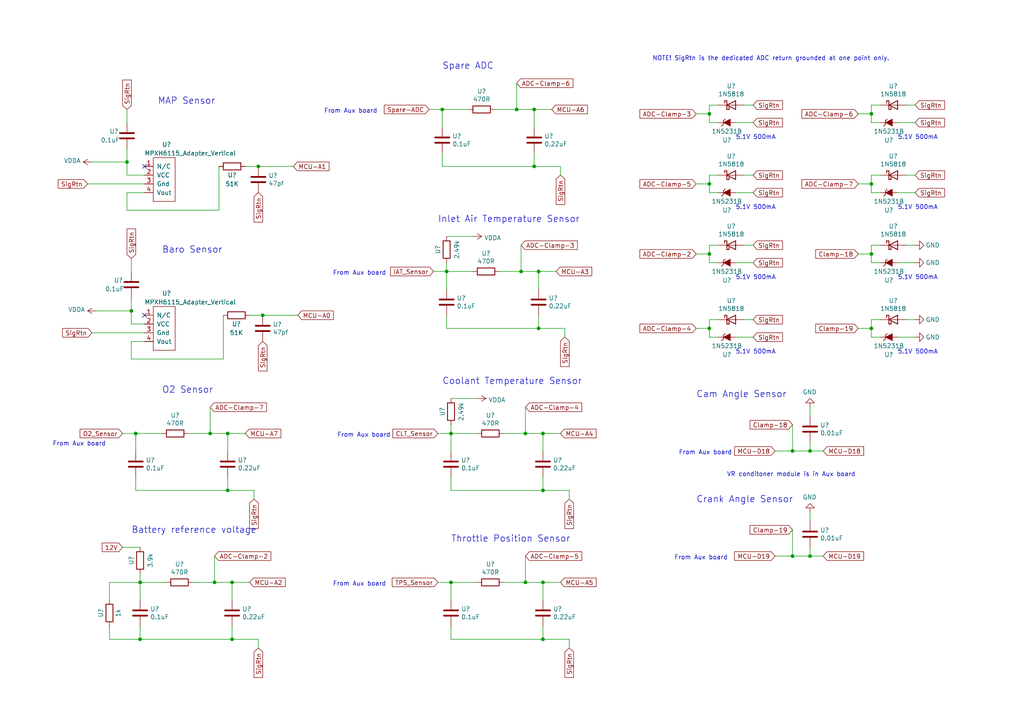
<source format=kicad_sch>
(kicad_sch (version 20211123) (generator eeschema)

  (uuid 1c938718-bab8-4d36-a5e0-413cda33cce8)

  (paper "A4")

  (title_block
    (title "DP1600i")
    (date "2022-11-11")
    (company "Robert Hiebert")
  )

  (lib_symbols
    (symbol "DP1600i-rescue:MPXH6115_Adapter_Vertical-DP1600i" (pin_names (offset 1.016)) (in_bom yes) (on_board yes)
      (property "Reference" "U" (id 0) (at -3.81 8.89 0)
        (effects (font (size 1.27 1.27)))
      )
      (property "Value" "MPXH6115_Adapter_Vertical-DP1600i" (id 1) (at -3.81 6.35 0)
        (effects (font (size 1.27 1.27)))
      )
      (property "Footprint" "" (id 2) (at 0 0 0)
        (effects (font (size 1.27 1.27)) hide)
      )
      (property "Datasheet" "" (id 3) (at 0 0 0)
        (effects (font (size 1.27 1.27)) hide)
      )
      (symbol "MPXH6115_Adapter_Vertical-DP1600i_0_1"
        (rectangle (start -6.35 5.08) (end 0 -7.62)
          (stroke (width 0) (type default) (color 0 0 0 0))
          (fill (type none))
        )
      )
      (symbol "MPXH6115_Adapter_Vertical-DP1600i_1_1"
        (pin passive line (at -8.89 2.54 0) (length 2.54)
          (name "N/C" (effects (font (size 1.27 1.27))))
          (number "1" (effects (font (size 1.27 1.27))))
        )
        (pin power_in line (at -8.89 0 0) (length 2.54)
          (name "VCC" (effects (font (size 1.27 1.27))))
          (number "2" (effects (font (size 1.27 1.27))))
        )
        (pin power_in line (at -8.89 -2.54 0) (length 2.54)
          (name "Gnd" (effects (font (size 1.27 1.27))))
          (number "3" (effects (font (size 1.27 1.27))))
        )
        (pin output line (at -8.89 -5.08 0) (length 2.54)
          (name "Vout" (effects (font (size 1.27 1.27))))
          (number "4" (effects (font (size 1.27 1.27))))
        )
      )
    )
    (symbol "Device:C" (pin_numbers hide) (pin_names (offset 0.254)) (in_bom yes) (on_board yes)
      (property "Reference" "C" (id 0) (at 0.635 2.54 0)
        (effects (font (size 1.27 1.27)) (justify left))
      )
      (property "Value" "C" (id 1) (at 0.635 -2.54 0)
        (effects (font (size 1.27 1.27)) (justify left))
      )
      (property "Footprint" "" (id 2) (at 0.9652 -3.81 0)
        (effects (font (size 1.27 1.27)) hide)
      )
      (property "Datasheet" "~" (id 3) (at 0 0 0)
        (effects (font (size 1.27 1.27)) hide)
      )
      (property "ki_keywords" "cap capacitor" (id 4) (at 0 0 0)
        (effects (font (size 1.27 1.27)) hide)
      )
      (property "ki_description" "Unpolarized capacitor" (id 5) (at 0 0 0)
        (effects (font (size 1.27 1.27)) hide)
      )
      (property "ki_fp_filters" "C_*" (id 6) (at 0 0 0)
        (effects (font (size 1.27 1.27)) hide)
      )
      (symbol "C_0_1"
        (polyline
          (pts
            (xy -2.032 -0.762)
            (xy 2.032 -0.762)
          )
          (stroke (width 0.508) (type default) (color 0 0 0 0))
          (fill (type none))
        )
        (polyline
          (pts
            (xy -2.032 0.762)
            (xy 2.032 0.762)
          )
          (stroke (width 0.508) (type default) (color 0 0 0 0))
          (fill (type none))
        )
      )
      (symbol "C_1_1"
        (pin passive line (at 0 3.81 270) (length 2.794)
          (name "~" (effects (font (size 1.27 1.27))))
          (number "1" (effects (font (size 1.27 1.27))))
        )
        (pin passive line (at 0 -3.81 90) (length 2.794)
          (name "~" (effects (font (size 1.27 1.27))))
          (number "2" (effects (font (size 1.27 1.27))))
        )
      )
    )
    (symbol "Device:R" (pin_numbers hide) (pin_names (offset 0)) (in_bom yes) (on_board yes)
      (property "Reference" "R" (id 0) (at 2.032 0 90)
        (effects (font (size 1.27 1.27)))
      )
      (property "Value" "R" (id 1) (at 0 0 90)
        (effects (font (size 1.27 1.27)))
      )
      (property "Footprint" "" (id 2) (at -1.778 0 90)
        (effects (font (size 1.27 1.27)) hide)
      )
      (property "Datasheet" "~" (id 3) (at 0 0 0)
        (effects (font (size 1.27 1.27)) hide)
      )
      (property "ki_keywords" "R res resistor" (id 4) (at 0 0 0)
        (effects (font (size 1.27 1.27)) hide)
      )
      (property "ki_description" "Resistor" (id 5) (at 0 0 0)
        (effects (font (size 1.27 1.27)) hide)
      )
      (property "ki_fp_filters" "R_*" (id 6) (at 0 0 0)
        (effects (font (size 1.27 1.27)) hide)
      )
      (symbol "R_0_1"
        (rectangle (start -1.016 -2.54) (end 1.016 2.54)
          (stroke (width 0.254) (type default) (color 0 0 0 0))
          (fill (type none))
        )
      )
      (symbol "R_1_1"
        (pin passive line (at 0 3.81 270) (length 1.27)
          (name "~" (effects (font (size 1.27 1.27))))
          (number "1" (effects (font (size 1.27 1.27))))
        )
        (pin passive line (at 0 -3.81 90) (length 1.27)
          (name "~" (effects (font (size 1.27 1.27))))
          (number "2" (effects (font (size 1.27 1.27))))
        )
      )
    )
    (symbol "Diode:1N5818" (pin_numbers hide) (pin_names (offset 1.016) hide) (in_bom yes) (on_board yes)
      (property "Reference" "D" (id 0) (at 0 2.54 0)
        (effects (font (size 1.27 1.27)))
      )
      (property "Value" "1N5818" (id 1) (at 0 -2.54 0)
        (effects (font (size 1.27 1.27)))
      )
      (property "Footprint" "Diode_THT:D_DO-41_SOD81_P10.16mm_Horizontal" (id 2) (at 0 -4.445 0)
        (effects (font (size 1.27 1.27)) hide)
      )
      (property "Datasheet" "http://www.vishay.com/docs/88525/1n5817.pdf" (id 3) (at 0 0 0)
        (effects (font (size 1.27 1.27)) hide)
      )
      (property "ki_keywords" "diode Schottky" (id 4) (at 0 0 0)
        (effects (font (size 1.27 1.27)) hide)
      )
      (property "ki_description" "30V 1A Schottky Barrier Rectifier Diode, DO-41" (id 5) (at 0 0 0)
        (effects (font (size 1.27 1.27)) hide)
      )
      (property "ki_fp_filters" "D*DO?41*" (id 6) (at 0 0 0)
        (effects (font (size 1.27 1.27)) hide)
      )
      (symbol "1N5818_0_1"
        (polyline
          (pts
            (xy 1.27 0)
            (xy -1.27 0)
          )
          (stroke (width 0) (type default) (color 0 0 0 0))
          (fill (type none))
        )
        (polyline
          (pts
            (xy 1.27 1.27)
            (xy 1.27 -1.27)
            (xy -1.27 0)
            (xy 1.27 1.27)
          )
          (stroke (width 0.254) (type default) (color 0 0 0 0))
          (fill (type none))
        )
        (polyline
          (pts
            (xy -1.905 0.635)
            (xy -1.905 1.27)
            (xy -1.27 1.27)
            (xy -1.27 -1.27)
            (xy -0.635 -1.27)
            (xy -0.635 -0.635)
          )
          (stroke (width 0.254) (type default) (color 0 0 0 0))
          (fill (type none))
        )
      )
      (symbol "1N5818_1_1"
        (pin passive line (at -3.81 0 0) (length 2.54)
          (name "K" (effects (font (size 1.27 1.27))))
          (number "1" (effects (font (size 1.27 1.27))))
        )
        (pin passive line (at 3.81 0 180) (length 2.54)
          (name "A" (effects (font (size 1.27 1.27))))
          (number "2" (effects (font (size 1.27 1.27))))
        )
      )
    )
    (symbol "V10-Ign-Inj-Drivers-V2-rescue:ZENERsmall" (pin_numbers hide) (pin_names (offset 1.016) hide) (in_bom yes) (on_board yes)
      (property "Reference" "D" (id 0) (at 0 2.54 0)
        (effects (font (size 1.27 1.27)))
      )
      (property "Value" "ZENERsmall" (id 1) (at 0 -2.54 0)
        (effects (font (size 1.27 1.27)))
      )
      (property "Footprint" "" (id 2) (at 0 0 0)
        (effects (font (size 1.27 1.27)))
      )
      (property "Datasheet" "" (id 3) (at 0 0 0)
        (effects (font (size 1.27 1.27)))
      )
      (property "ki_fp_filters" "D? SO* SM*" (id 4) (at 0 0 0)
        (effects (font (size 1.27 1.27)) hide)
      )
      (symbol "ZENERsmall_0_1"
        (polyline
          (pts
            (xy -1.524 1.016)
            (xy -1.016 0.508)
            (xy -1.016 -0.508)
            (xy -0.508 -1.016)
          )
          (stroke (width 0.2032) (type default) (color 0 0 0 0))
          (fill (type none))
        )
        (polyline
          (pts
            (xy 1.016 1.016)
            (xy -1.016 0)
            (xy 1.016 -1.016)
            (xy 1.016 1.016)
          )
          (stroke (width 0) (type default) (color 0 0 0 0))
          (fill (type outline))
        )
      )
      (symbol "ZENERsmall_1_1"
        (pin passive line (at -2.54 0 0) (length 1.524)
          (name "K" (effects (font (size 1.016 1.016))))
          (number "1" (effects (font (size 1.016 1.016))))
        )
        (pin passive line (at 2.54 0 180) (length 1.524)
          (name "A" (effects (font (size 1.016 1.016))))
          (number "2" (effects (font (size 1.016 1.016))))
        )
      )
    )
    (symbol "power:GND" (power) (pin_names (offset 0)) (in_bom yes) (on_board yes)
      (property "Reference" "#PWR" (id 0) (at 0 -6.35 0)
        (effects (font (size 1.27 1.27)) hide)
      )
      (property "Value" "GND" (id 1) (at 0 -3.81 0)
        (effects (font (size 1.27 1.27)))
      )
      (property "Footprint" "" (id 2) (at 0 0 0)
        (effects (font (size 1.27 1.27)) hide)
      )
      (property "Datasheet" "" (id 3) (at 0 0 0)
        (effects (font (size 1.27 1.27)) hide)
      )
      (property "ki_keywords" "power-flag" (id 4) (at 0 0 0)
        (effects (font (size 1.27 1.27)) hide)
      )
      (property "ki_description" "Power symbol creates a global label with name \"GND\" , ground" (id 5) (at 0 0 0)
        (effects (font (size 1.27 1.27)) hide)
      )
      (symbol "GND_0_1"
        (polyline
          (pts
            (xy 0 0)
            (xy 0 -1.27)
            (xy 1.27 -1.27)
            (xy 0 -2.54)
            (xy -1.27 -1.27)
            (xy 0 -1.27)
          )
          (stroke (width 0) (type default) (color 0 0 0 0))
          (fill (type none))
        )
      )
      (symbol "GND_1_1"
        (pin power_in line (at 0 0 270) (length 0) hide
          (name "GND" (effects (font (size 1.27 1.27))))
          (number "1" (effects (font (size 1.27 1.27))))
        )
      )
    )
    (symbol "power:VDDA" (power) (pin_names (offset 0)) (in_bom yes) (on_board yes)
      (property "Reference" "#PWR" (id 0) (at 0 -3.81 0)
        (effects (font (size 1.27 1.27)) hide)
      )
      (property "Value" "VDDA" (id 1) (at 0 3.81 0)
        (effects (font (size 1.27 1.27)))
      )
      (property "Footprint" "" (id 2) (at 0 0 0)
        (effects (font (size 1.27 1.27)) hide)
      )
      (property "Datasheet" "" (id 3) (at 0 0 0)
        (effects (font (size 1.27 1.27)) hide)
      )
      (property "ki_keywords" "power-flag" (id 4) (at 0 0 0)
        (effects (font (size 1.27 1.27)) hide)
      )
      (property "ki_description" "Power symbol creates a global label with name \"VDDA\"" (id 5) (at 0 0 0)
        (effects (font (size 1.27 1.27)) hide)
      )
      (symbol "VDDA_0_1"
        (polyline
          (pts
            (xy -0.762 1.27)
            (xy 0 2.54)
          )
          (stroke (width 0) (type default) (color 0 0 0 0))
          (fill (type none))
        )
        (polyline
          (pts
            (xy 0 0)
            (xy 0 2.54)
          )
          (stroke (width 0) (type default) (color 0 0 0 0))
          (fill (type none))
        )
        (polyline
          (pts
            (xy 0 2.54)
            (xy 0.762 1.27)
          )
          (stroke (width 0) (type default) (color 0 0 0 0))
          (fill (type none))
        )
      )
      (symbol "VDDA_1_1"
        (pin power_in line (at 0 0 90) (length 0) hide
          (name "VDDA" (effects (font (size 1.27 1.27))))
          (number "1" (effects (font (size 1.27 1.27))))
        )
      )
    )
  )

  (junction (at 152.4 125.73) (diameter 0) (color 0 0 0 0)
    (uuid 02be4890-c8b3-4697-ab8a-9b5025cc44f4)
  )
  (junction (at 154.94 48.26) (diameter 0) (color 0 0 0 0)
    (uuid 0523ff59-5fc9-4771-a517-04721b7856c4)
  )
  (junction (at 130.81 168.91) (diameter 0) (color 0 0 0 0)
    (uuid 0e229361-5ab2-4623-a451-b595e640b04f)
  )
  (junction (at 66.04 142.24) (diameter 0) (color 0 0 0 0)
    (uuid 0ebc227b-121b-4d4e-ae6b-989cb5fdb314)
  )
  (junction (at 252.73 73.66) (diameter 0) (color 0 0 0 0)
    (uuid 12fee5ab-86f2-408b-8f64-60ad1a6eecdc)
  )
  (junction (at 229.87 161.29) (diameter 0) (color 0 0 0 0)
    (uuid 1329cfbe-5d7b-4ea1-a593-3947bf7cc395)
  )
  (junction (at 157.48 125.73) (diameter 0) (color 0 0 0 0)
    (uuid 1c28e07b-786a-45e3-8951-59f97e9e517a)
  )
  (junction (at 252.73 95.25) (diameter 0) (color 0 0 0 0)
    (uuid 28aa051c-7088-418f-9f74-a0a1470a2290)
  )
  (junction (at 252.73 53.34) (diameter 0) (color 0 0 0 0)
    (uuid 297d22b9-4fad-4cb0-ac89-d5e4c88c05bd)
  )
  (junction (at 205.74 33.02) (diameter 0) (color 0 0 0 0)
    (uuid 29cdbeed-51d1-46d6-b3e5-5a4b5b3eb1d2)
  )
  (junction (at 229.87 130.81) (diameter 0) (color 0 0 0 0)
    (uuid 2dd8c954-6782-4cdf-95f6-43c2568e701e)
  )
  (junction (at 66.04 125.73) (diameter 0) (color 0 0 0 0)
    (uuid 3342883f-bbec-4321-90f1-26fcc6143ee4)
  )
  (junction (at 157.48 142.24) (diameter 0) (color 0 0 0 0)
    (uuid 358cca62-3aed-4603-b0af-2aa3a1ed22a1)
  )
  (junction (at 36.83 46.99) (diameter 0) (color 0 0 0 0)
    (uuid 3a73aa48-140a-4f00-b314-dc176e558202)
  )
  (junction (at 74.93 48.26) (diameter 0) (color 0 0 0 0)
    (uuid 442cfb09-44be-4c70-b2ea-7582300cea55)
  )
  (junction (at 38.1 90.17) (diameter 0) (color 0 0 0 0)
    (uuid 462d3835-446e-48f5-b874-df2eb7103c53)
  )
  (junction (at 205.74 95.25) (diameter 0) (color 0 0 0 0)
    (uuid 4d9fd666-66ac-448b-9224-2bedbca97325)
  )
  (junction (at 130.81 125.73) (diameter 0) (color 0 0 0 0)
    (uuid 5307b64a-aa93-4bc2-babf-4b26bfc8f060)
  )
  (junction (at 62.23 168.91) (diameter 0) (color 0 0 0 0)
    (uuid 56cdc5c5-1d83-4050-9909-93136e9f6650)
  )
  (junction (at 205.74 53.34) (diameter 0) (color 0 0 0 0)
    (uuid 6ff534d1-521b-4e4a-a15b-6361f7b784ad)
  )
  (junction (at 76.2 91.44) (diameter 0) (color 0 0 0 0)
    (uuid 738caa0f-c92c-460d-9aad-089ce694908c)
  )
  (junction (at 157.48 168.91) (diameter 0) (color 0 0 0 0)
    (uuid 75cfa81a-3b6e-4ed5-960f-90e1eaed1af7)
  )
  (junction (at 40.64 185.42) (diameter 0) (color 0 0 0 0)
    (uuid 7ee837bf-9f9d-4e35-a5cc-c3b1bb314c13)
  )
  (junction (at 151.13 78.74) (diameter 0) (color 0 0 0 0)
    (uuid 83e55fbc-f682-40ab-90dc-4603c91408c2)
  )
  (junction (at 154.94 31.75) (diameter 0) (color 0 0 0 0)
    (uuid 859714d1-bf35-48b4-93eb-d7bb44042e6f)
  )
  (junction (at 128.27 31.75) (diameter 0) (color 0 0 0 0)
    (uuid 85e48ee7-9ba8-4fb3-83ee-df18ef2efb88)
  )
  (junction (at 67.31 168.91) (diameter 0) (color 0 0 0 0)
    (uuid 87891c5f-d60e-4a3f-8b8a-197f2f33433b)
  )
  (junction (at 149.86 31.75) (diameter 0) (color 0 0 0 0)
    (uuid a00fa857-95db-49e8-88c9-9a9f074458ad)
  )
  (junction (at 129.54 78.74) (diameter 0) (color 0 0 0 0)
    (uuid a328204d-a895-405e-b021-34c600aa9840)
  )
  (junction (at 60.96 125.73) (diameter 0) (color 0 0 0 0)
    (uuid b4d4b008-2433-4f05-9eb4-388d1278ebb0)
  )
  (junction (at 252.73 33.02) (diameter 0) (color 0 0 0 0)
    (uuid bab7430a-7050-407f-a9ef-0af6fca2cdb5)
  )
  (junction (at 152.4 168.91) (diameter 0) (color 0 0 0 0)
    (uuid c484a44f-3338-4104-a1c2-5db6d9b90992)
  )
  (junction (at 39.37 125.73) (diameter 0) (color 0 0 0 0)
    (uuid c80d1c82-5019-4090-a911-7c3b4fce5a10)
  )
  (junction (at 67.31 185.42) (diameter 0) (color 0 0 0 0)
    (uuid e048d342-359d-4b07-9a61-44ab59f19d50)
  )
  (junction (at 157.48 185.42) (diameter 0) (color 0 0 0 0)
    (uuid e49dba02-858e-485c-97eb-b5c46c078832)
  )
  (junction (at 156.21 78.74) (diameter 0) (color 0 0 0 0)
    (uuid e4a9d1d5-9f63-4ff2-a43c-116fe2565cd1)
  )
  (junction (at 234.95 161.29) (diameter 0) (color 0 0 0 0)
    (uuid e7a77b2f-b1e1-419e-8474-b786ad6f31a9)
  )
  (junction (at 40.64 168.91) (diameter 0) (color 0 0 0 0)
    (uuid ebec11aa-47c7-4728-8c00-dbce1d334928)
  )
  (junction (at 205.74 73.66) (diameter 0) (color 0 0 0 0)
    (uuid ee81df41-26de-4fee-8cda-efd32f8bd156)
  )
  (junction (at 156.21 95.25) (diameter 0) (color 0 0 0 0)
    (uuid f36e5891-4536-4f90-a350-f71f51770e66)
  )
  (junction (at 234.95 130.81) (diameter 0) (color 0 0 0 0)
    (uuid fd6c57b1-b96e-421b-a7b8-c501f412c71a)
  )

  (no_connect (at 41.91 91.44) (uuid 0d00595c-ecd9-42f5-81cd-c1dda9794fec))
  (no_connect (at 41.91 48.26) (uuid a7b6a633-95ff-40c1-a4c3-67a90b8bc97c))

  (wire (pts (xy 234.95 118.11) (xy 234.95 120.65))
    (stroke (width 0) (type default) (color 0 0 0 0))
    (uuid 013bac64-d040-48b9-8dda-ef6821001160)
  )
  (wire (pts (xy 146.05 125.73) (xy 152.4 125.73))
    (stroke (width 0) (type default) (color 0 0 0 0))
    (uuid 0287bb05-dc0f-468f-ae8c-e37879fd2f0c)
  )
  (wire (pts (xy 165.1 185.42) (xy 165.1 187.96))
    (stroke (width 0) (type default) (color 0 0 0 0))
    (uuid 045564c9-9210-4788-99ba-38759217ac73)
  )
  (wire (pts (xy 205.74 92.71) (xy 205.74 95.25))
    (stroke (width 0) (type default) (color 0 0 0 0))
    (uuid 0654ca7d-62ac-4812-b089-3dabbc6bb462)
  )
  (wire (pts (xy 60.96 125.73) (xy 66.04 125.73))
    (stroke (width 0) (type default) (color 0 0 0 0))
    (uuid 071befb4-0183-49d9-9a54-be74a891677f)
  )
  (wire (pts (xy 27.94 90.17) (xy 38.1 90.17))
    (stroke (width 0) (type default) (color 0 0 0 0))
    (uuid 07f790c9-7442-42b3-913e-00298945a34d)
  )
  (wire (pts (xy 25.4 53.34) (xy 41.91 53.34))
    (stroke (width 0) (type default) (color 0 0 0 0))
    (uuid 0b707ba7-7aac-46ca-aabb-70e4c2295924)
  )
  (wire (pts (xy 130.81 142.24) (xy 157.48 142.24))
    (stroke (width 0) (type default) (color 0 0 0 0))
    (uuid 0c6f66fb-088b-4443-957d-55672175b0f7)
  )
  (wire (pts (xy 154.94 44.45) (xy 154.94 48.26))
    (stroke (width 0) (type default) (color 0 0 0 0))
    (uuid 0d9ff8a9-b4b6-4c86-a601-26304e8746f4)
  )
  (wire (pts (xy 35.56 125.73) (xy 39.37 125.73))
    (stroke (width 0) (type default) (color 0 0 0 0))
    (uuid 0eb1c0c3-745e-492a-93e8-94d70f4a445d)
  )
  (wire (pts (xy 40.64 173.99) (xy 40.64 168.91))
    (stroke (width 0) (type default) (color 0 0 0 0))
    (uuid 0f90f1b8-a3c8-44bf-8462-bd63d2a86507)
  )
  (wire (pts (xy 36.83 31.75) (xy 36.83 35.56))
    (stroke (width 0) (type default) (color 0 0 0 0))
    (uuid 1082b311-bf1f-4c96-82bb-9098fa452dd7)
  )
  (wire (pts (xy 40.64 168.91) (xy 48.26 168.91))
    (stroke (width 0) (type default) (color 0 0 0 0))
    (uuid 12fd7172-0e26-4080-8ce5-c54b102a4514)
  )
  (wire (pts (xy 63.5 60.96) (xy 63.5 48.26))
    (stroke (width 0) (type default) (color 0 0 0 0))
    (uuid 16653e94-df39-4c7d-899f-c2e13170c78a)
  )
  (wire (pts (xy 67.31 185.42) (xy 74.93 185.42))
    (stroke (width 0) (type default) (color 0 0 0 0))
    (uuid 18622d42-88df-403c-8e1c-bc61bf93d1f5)
  )
  (wire (pts (xy 36.83 43.18) (xy 36.83 46.99))
    (stroke (width 0) (type default) (color 0 0 0 0))
    (uuid 198b6646-9b13-4384-88fa-bcb2fef79fd4)
  )
  (wire (pts (xy 38.1 99.06) (xy 38.1 104.14))
    (stroke (width 0) (type default) (color 0 0 0 0))
    (uuid 19bfadd8-9841-4da1-a7c1-1480c3160442)
  )
  (wire (pts (xy 40.64 181.61) (xy 40.64 185.42))
    (stroke (width 0) (type default) (color 0 0 0 0))
    (uuid 19d06195-046e-4fa7-8ca4-2990e563ee6a)
  )
  (wire (pts (xy 129.54 78.74) (xy 137.16 78.74))
    (stroke (width 0) (type default) (color 0 0 0 0))
    (uuid 1a019188-6862-40c6-9743-048265a4e173)
  )
  (wire (pts (xy 152.4 118.11) (xy 152.4 125.73))
    (stroke (width 0) (type default) (color 0 0 0 0))
    (uuid 1c4bd3ae-bac1-4c58-bb18-2c46b508cab1)
  )
  (wire (pts (xy 144.78 78.74) (xy 151.13 78.74))
    (stroke (width 0) (type default) (color 0 0 0 0))
    (uuid 1e3698aa-4161-4810-a013-c3eb1e39df02)
  )
  (wire (pts (xy 152.4 161.29) (xy 152.4 168.91))
    (stroke (width 0) (type default) (color 0 0 0 0))
    (uuid 1ee81fa6-26ea-4368-9651-de6434b5240b)
  )
  (wire (pts (xy 165.1 142.24) (xy 165.1 144.78))
    (stroke (width 0) (type default) (color 0 0 0 0))
    (uuid 2118cf99-9c46-4226-a5e1-0cffcfb832c4)
  )
  (wire (pts (xy 208.28 50.8) (xy 205.74 50.8))
    (stroke (width 0) (type default) (color 0 0 0 0))
    (uuid 23432a10-d17e-4fd4-931e-fd6df7d33926)
  )
  (wire (pts (xy 163.83 95.25) (xy 163.83 97.79))
    (stroke (width 0) (type default) (color 0 0 0 0))
    (uuid 23ba67e6-361c-4a52-a5c8-df73ecddf854)
  )
  (wire (pts (xy 205.74 95.25) (xy 205.74 97.79))
    (stroke (width 0) (type default) (color 0 0 0 0))
    (uuid 2ae463c4-29b3-4879-ba9d-36a7b7fe7534)
  )
  (wire (pts (xy 40.64 185.42) (xy 67.31 185.42))
    (stroke (width 0) (type default) (color 0 0 0 0))
    (uuid 2c091aac-5987-412e-9967-7894d686b20e)
  )
  (wire (pts (xy 208.28 71.12) (xy 205.74 71.12))
    (stroke (width 0) (type default) (color 0 0 0 0))
    (uuid 2ca9dc1a-d541-4dd7-91eb-cf5a796bb4ef)
  )
  (wire (pts (xy 248.92 73.66) (xy 252.73 73.66))
    (stroke (width 0) (type default) (color 0 0 0 0))
    (uuid 305ba217-1f00-4116-b0c0-aaa427e9168e)
  )
  (wire (pts (xy 129.54 76.2) (xy 129.54 78.74))
    (stroke (width 0) (type default) (color 0 0 0 0))
    (uuid 30853cde-0cb9-4749-9a6f-407c5c258544)
  )
  (wire (pts (xy 38.1 86.36) (xy 38.1 90.17))
    (stroke (width 0) (type default) (color 0 0 0 0))
    (uuid 315ffb1f-86d1-40b8-af4f-f87db1833a76)
  )
  (wire (pts (xy 215.9 92.71) (xy 218.44 92.71))
    (stroke (width 0) (type default) (color 0 0 0 0))
    (uuid 34deaaa9-4ff7-43cf-b75a-4e36191325d6)
  )
  (wire (pts (xy 71.12 48.26) (xy 74.93 48.26))
    (stroke (width 0) (type default) (color 0 0 0 0))
    (uuid 35d741e2-a564-4b65-8b56-ddad5ba42a45)
  )
  (wire (pts (xy 201.93 53.34) (xy 205.74 53.34))
    (stroke (width 0) (type default) (color 0 0 0 0))
    (uuid 361742bc-eb11-412d-82d8-1e3b3b8fddd0)
  )
  (wire (pts (xy 252.73 97.79) (xy 255.27 97.79))
    (stroke (width 0) (type default) (color 0 0 0 0))
    (uuid 37dde44c-7b09-415e-babb-a3fa531eb5a4)
  )
  (wire (pts (xy 41.91 93.98) (xy 38.1 93.98))
    (stroke (width 0) (type default) (color 0 0 0 0))
    (uuid 3932f462-5126-4995-81a5-fcca34ce188c)
  )
  (wire (pts (xy 143.51 31.75) (xy 149.86 31.75))
    (stroke (width 0) (type default) (color 0 0 0 0))
    (uuid 39eea77b-0918-4ec8-a21f-f9994f0efb16)
  )
  (wire (pts (xy 149.86 24.13) (xy 149.86 31.75))
    (stroke (width 0) (type default) (color 0 0 0 0))
    (uuid 3b1f5001-2df4-43b6-b87f-81b67d194a00)
  )
  (wire (pts (xy 41.91 55.88) (xy 36.83 55.88))
    (stroke (width 0) (type default) (color 0 0 0 0))
    (uuid 3b636ee2-97f1-4978-8557-e06e88c0c0a6)
  )
  (wire (pts (xy 234.95 130.81) (xy 234.95 128.27))
    (stroke (width 0) (type default) (color 0 0 0 0))
    (uuid 3c0bdfa9-e967-4134-8d8d-bef9f8045d8c)
  )
  (wire (pts (xy 260.35 76.2) (xy 265.43 76.2))
    (stroke (width 0) (type default) (color 0 0 0 0))
    (uuid 3c3a67dd-4a2f-4056-ac4b-6b3b026b3802)
  )
  (wire (pts (xy 215.9 50.8) (xy 218.44 50.8))
    (stroke (width 0) (type default) (color 0 0 0 0))
    (uuid 3cb5cb53-aeae-4f6e-8de1-4931cc5b9f0d)
  )
  (wire (pts (xy 71.12 125.73) (xy 66.04 125.73))
    (stroke (width 0) (type default) (color 0 0 0 0))
    (uuid 3ee7c8cb-9bdd-47a9-8d9a-f06ce73805a8)
  )
  (wire (pts (xy 201.93 33.02) (xy 205.74 33.02))
    (stroke (width 0) (type default) (color 0 0 0 0))
    (uuid 3f173b1a-bedf-48be-9694-90ca40f3fa17)
  )
  (wire (pts (xy 26.67 46.99) (xy 36.83 46.99))
    (stroke (width 0) (type default) (color 0 0 0 0))
    (uuid 4093da93-4490-4de7-817f-729df12120d7)
  )
  (wire (pts (xy 252.73 35.56) (xy 255.27 35.56))
    (stroke (width 0) (type default) (color 0 0 0 0))
    (uuid 42a6795f-286f-4570-9e1f-5737cbd86532)
  )
  (wire (pts (xy 62.23 168.91) (xy 67.31 168.91))
    (stroke (width 0) (type default) (color 0 0 0 0))
    (uuid 430a8de7-da4f-42b4-b62b-409eedcd77ff)
  )
  (wire (pts (xy 252.73 33.02) (xy 252.73 35.56))
    (stroke (width 0) (type default) (color 0 0 0 0))
    (uuid 4533a060-2da1-40f5-b11a-70df186f3822)
  )
  (wire (pts (xy 38.1 104.14) (xy 64.77 104.14))
    (stroke (width 0) (type default) (color 0 0 0 0))
    (uuid 491506e0-d987-404c-9fab-18198b769561)
  )
  (wire (pts (xy 39.37 130.81) (xy 39.37 125.73))
    (stroke (width 0) (type default) (color 0 0 0 0))
    (uuid 49c8ba3e-f733-4b33-8ad0-8617311e1082)
  )
  (wire (pts (xy 73.66 142.24) (xy 73.66 144.78))
    (stroke (width 0) (type default) (color 0 0 0 0))
    (uuid 4c44a4a6-e8cc-467f-ba39-1676867bead1)
  )
  (wire (pts (xy 205.74 71.12) (xy 205.74 73.66))
    (stroke (width 0) (type default) (color 0 0 0 0))
    (uuid 4cfe47a3-0346-4516-b019-7f577e56dcf6)
  )
  (wire (pts (xy 128.27 48.26) (xy 154.94 48.26))
    (stroke (width 0) (type default) (color 0 0 0 0))
    (uuid 4dacdb06-be30-4ae2-bd00-1c8a36f7b8e0)
  )
  (wire (pts (xy 161.29 78.74) (xy 156.21 78.74))
    (stroke (width 0) (type default) (color 0 0 0 0))
    (uuid 4f9ca77d-ea75-4401-ab26-8c58cc37b1eb)
  )
  (wire (pts (xy 238.76 161.29) (xy 234.95 161.29))
    (stroke (width 0) (type default) (color 0 0 0 0))
    (uuid 5083a59d-7371-485a-8410-f285bf13b246)
  )
  (wire (pts (xy 64.77 104.14) (xy 64.77 91.44))
    (stroke (width 0) (type default) (color 0 0 0 0))
    (uuid 50939244-a58c-4092-982c-2c11ddf985ee)
  )
  (wire (pts (xy 67.31 168.91) (xy 67.31 173.99))
    (stroke (width 0) (type default) (color 0 0 0 0))
    (uuid 50f04515-6551-4f87-a970-673e8cd75788)
  )
  (wire (pts (xy 252.73 71.12) (xy 252.73 73.66))
    (stroke (width 0) (type default) (color 0 0 0 0))
    (uuid 5108ae17-2548-4155-8f68-58a117ad91e9)
  )
  (wire (pts (xy 160.02 31.75) (xy 154.94 31.75))
    (stroke (width 0) (type default) (color 0 0 0 0))
    (uuid 521aea2f-aa47-4f56-af5e-35ba542ecf1a)
  )
  (wire (pts (xy 260.35 97.79) (xy 265.43 97.79))
    (stroke (width 0) (type default) (color 0 0 0 0))
    (uuid 52b00dd8-5c8f-4410-ab1a-73c340bdf823)
  )
  (wire (pts (xy 252.73 76.2) (xy 255.27 76.2))
    (stroke (width 0) (type default) (color 0 0 0 0))
    (uuid 52b8c8f0-5a6d-4164-b9e6-83a9b21c98e0)
  )
  (wire (pts (xy 252.73 92.71) (xy 252.73 95.25))
    (stroke (width 0) (type default) (color 0 0 0 0))
    (uuid 53b9d12e-4535-4d8a-9ab4-e830f6279774)
  )
  (wire (pts (xy 31.75 168.91) (xy 31.75 173.99))
    (stroke (width 0) (type default) (color 0 0 0 0))
    (uuid 53e7853b-00f1-41d3-acc8-92b6e7c48cf9)
  )
  (wire (pts (xy 252.73 50.8) (xy 252.73 53.34))
    (stroke (width 0) (type default) (color 0 0 0 0))
    (uuid 54640408-d79b-4734-b331-c4d778450470)
  )
  (wire (pts (xy 152.4 125.73) (xy 157.48 125.73))
    (stroke (width 0) (type default) (color 0 0 0 0))
    (uuid 54ccd633-2d9d-4afc-84b2-90ae289c43a6)
  )
  (wire (pts (xy 162.56 168.91) (xy 157.48 168.91))
    (stroke (width 0) (type default) (color 0 0 0 0))
    (uuid 58f6be80-0200-4425-99ad-ac6d0d336517)
  )
  (wire (pts (xy 252.73 55.88) (xy 255.27 55.88))
    (stroke (width 0) (type default) (color 0 0 0 0))
    (uuid 5974d46f-e4ee-4207-8d05-4528b1439d9d)
  )
  (wire (pts (xy 262.89 92.71) (xy 265.43 92.71))
    (stroke (width 0) (type default) (color 0 0 0 0))
    (uuid 5afcde25-66e3-41e3-b594-2d94cab6bd1c)
  )
  (wire (pts (xy 26.67 96.52) (xy 41.91 96.52))
    (stroke (width 0) (type default) (color 0 0 0 0))
    (uuid 5d0698d0-f906-493c-9e27-79d543812200)
  )
  (wire (pts (xy 127 168.91) (xy 130.81 168.91))
    (stroke (width 0) (type default) (color 0 0 0 0))
    (uuid 5ddcebcc-84d6-4449-ace9-6e3a466181f5)
  )
  (wire (pts (xy 36.83 60.96) (xy 63.5 60.96))
    (stroke (width 0) (type default) (color 0 0 0 0))
    (uuid 5e5d9de4-e579-418a-8b39-18e019f46cb7)
  )
  (wire (pts (xy 129.54 91.44) (xy 129.54 95.25))
    (stroke (width 0) (type default) (color 0 0 0 0))
    (uuid 5f167b89-5524-4a92-9232-5b1ae0028ac7)
  )
  (wire (pts (xy 262.89 30.48) (xy 265.43 30.48))
    (stroke (width 0) (type default) (color 0 0 0 0))
    (uuid 62224495-2a04-4cd4-b980-8b9f9f1ec29c)
  )
  (wire (pts (xy 85.09 48.26) (xy 74.93 48.26))
    (stroke (width 0) (type default) (color 0 0 0 0))
    (uuid 64aa8906-3be6-4d66-957e-8d8e2517ecea)
  )
  (wire (pts (xy 229.87 130.81) (xy 234.95 130.81))
    (stroke (width 0) (type default) (color 0 0 0 0))
    (uuid 672d0876-0319-428e-8abf-943ad4bc0f33)
  )
  (wire (pts (xy 252.73 73.66) (xy 252.73 76.2))
    (stroke (width 0) (type default) (color 0 0 0 0))
    (uuid 6798eaa8-9b64-48b2-b205-8a50fc94e5b9)
  )
  (wire (pts (xy 128.27 36.83) (xy 128.27 31.75))
    (stroke (width 0) (type default) (color 0 0 0 0))
    (uuid 693985c0-3766-4ba0-aa8a-af460e1e85c3)
  )
  (wire (pts (xy 229.87 123.19) (xy 229.87 130.81))
    (stroke (width 0) (type default) (color 0 0 0 0))
    (uuid 694473aa-a037-43b4-8a89-fea23d3cf5d0)
  )
  (wire (pts (xy 156.21 78.74) (xy 156.21 83.82))
    (stroke (width 0) (type default) (color 0 0 0 0))
    (uuid 6984e671-76bb-42c9-b78e-3bd50d294c79)
  )
  (wire (pts (xy 66.04 142.24) (xy 73.66 142.24))
    (stroke (width 0) (type default) (color 0 0 0 0))
    (uuid 6afda199-621c-4b35-b4b5-a478564c9f15)
  )
  (wire (pts (xy 39.37 125.73) (xy 46.99 125.73))
    (stroke (width 0) (type default) (color 0 0 0 0))
    (uuid 6b1ae48e-b87c-4b4f-bac7-1923e5463597)
  )
  (wire (pts (xy 215.9 30.48) (xy 218.44 30.48))
    (stroke (width 0) (type default) (color 0 0 0 0))
    (uuid 6d90a5b3-7625-4c84-bdc4-d205511aa327)
  )
  (wire (pts (xy 224.79 130.81) (xy 229.87 130.81))
    (stroke (width 0) (type default) (color 0 0 0 0))
    (uuid 6ed9a865-15b8-46af-9def-8eaf14476f1a)
  )
  (wire (pts (xy 39.37 138.43) (xy 39.37 142.24))
    (stroke (width 0) (type default) (color 0 0 0 0))
    (uuid 709f5096-db7b-4e6d-9d85-51cf80f1d2c1)
  )
  (wire (pts (xy 151.13 78.74) (xy 156.21 78.74))
    (stroke (width 0) (type default) (color 0 0 0 0))
    (uuid 70fcbf31-ade5-4fe0-9e4c-234345864ab2)
  )
  (wire (pts (xy 248.92 53.34) (xy 252.73 53.34))
    (stroke (width 0) (type default) (color 0 0 0 0))
    (uuid 732c96b8-cf03-40c6-afbc-6c73ce7ac8b1)
  )
  (wire (pts (xy 128.27 44.45) (xy 128.27 48.26))
    (stroke (width 0) (type default) (color 0 0 0 0))
    (uuid 74c8b81b-2d9c-47ae-9b98-329cc2533de0)
  )
  (wire (pts (xy 205.74 97.79) (xy 208.28 97.79))
    (stroke (width 0) (type default) (color 0 0 0 0))
    (uuid 75342786-cc7d-437f-88a0-a3a069226628)
  )
  (wire (pts (xy 260.35 35.56) (xy 265.43 35.56))
    (stroke (width 0) (type default) (color 0 0 0 0))
    (uuid 75cb9446-946e-4f6b-a282-e07294ea9440)
  )
  (wire (pts (xy 35.56 158.75) (xy 40.64 158.75))
    (stroke (width 0) (type default) (color 0 0 0 0))
    (uuid 7635b471-b64b-418b-aec0-b77b80c5a4af)
  )
  (wire (pts (xy 54.61 125.73) (xy 60.96 125.73))
    (stroke (width 0) (type default) (color 0 0 0 0))
    (uuid 76b0b7ca-d504-4694-9c4c-a764b458654a)
  )
  (wire (pts (xy 260.35 55.88) (xy 265.43 55.88))
    (stroke (width 0) (type default) (color 0 0 0 0))
    (uuid 7812b8d3-2a9c-4ac2-acf1-2ff5c1795197)
  )
  (wire (pts (xy 128.27 31.75) (xy 135.89 31.75))
    (stroke (width 0) (type default) (color 0 0 0 0))
    (uuid 79a367e6-05ff-4e99-a5eb-e3c3832da571)
  )
  (wire (pts (xy 149.86 31.75) (xy 154.94 31.75))
    (stroke (width 0) (type default) (color 0 0 0 0))
    (uuid 7a42cf21-a0ef-4c1e-9ed1-c412aaa0bfa8)
  )
  (wire (pts (xy 213.36 76.2) (xy 218.44 76.2))
    (stroke (width 0) (type default) (color 0 0 0 0))
    (uuid 7c4d5536-f3e7-4b19-9735-29713e0ad891)
  )
  (wire (pts (xy 213.36 55.88) (xy 218.44 55.88))
    (stroke (width 0) (type default) (color 0 0 0 0))
    (uuid 7d318216-bb59-468c-8265-28a743fb7697)
  )
  (wire (pts (xy 262.89 71.12) (xy 265.43 71.12))
    (stroke (width 0) (type default) (color 0 0 0 0))
    (uuid 7e5194cb-d8ed-4e30-8842-9a8c72e84f73)
  )
  (wire (pts (xy 252.73 53.34) (xy 252.73 55.88))
    (stroke (width 0) (type default) (color 0 0 0 0))
    (uuid 7f479d0e-dee1-477a-b6e9-e832faf36604)
  )
  (wire (pts (xy 38.1 74.93) (xy 38.1 78.74))
    (stroke (width 0) (type default) (color 0 0 0 0))
    (uuid 81ec7c9a-7beb-4455-86fa-36d68b105191)
  )
  (wire (pts (xy 74.93 185.42) (xy 74.93 187.96))
    (stroke (width 0) (type default) (color 0 0 0 0))
    (uuid 822c7084-2545-4690-a7f2-60473025493e)
  )
  (wire (pts (xy 40.64 166.37) (xy 40.64 168.91))
    (stroke (width 0) (type default) (color 0 0 0 0))
    (uuid 836df1ea-1277-4564-b80e-11e8fa02aece)
  )
  (wire (pts (xy 157.48 138.43) (xy 157.48 142.24))
    (stroke (width 0) (type default) (color 0 0 0 0))
    (uuid 86c86a5a-1c58-49e1-9c3d-9adff885c839)
  )
  (wire (pts (xy 146.05 168.91) (xy 152.4 168.91))
    (stroke (width 0) (type default) (color 0 0 0 0))
    (uuid 8892df42-d154-4104-a5ef-528006d8f08a)
  )
  (wire (pts (xy 138.43 115.57) (xy 130.81 115.57))
    (stroke (width 0) (type default) (color 0 0 0 0))
    (uuid 896945fe-f562-4352-935e-116c31a9b461)
  )
  (wire (pts (xy 130.81 123.19) (xy 130.81 125.73))
    (stroke (width 0) (type default) (color 0 0 0 0))
    (uuid 89ae100e-d66f-4206-9e68-2ad4ea2d58c8)
  )
  (wire (pts (xy 234.95 161.29) (xy 234.95 158.75))
    (stroke (width 0) (type default) (color 0 0 0 0))
    (uuid 8b1effce-2275-48b0-a1a8-d36e87df9977)
  )
  (wire (pts (xy 129.54 95.25) (xy 156.21 95.25))
    (stroke (width 0) (type default) (color 0 0 0 0))
    (uuid 8ba09d86-6ce7-40f2-84d6-c42d44745b9f)
  )
  (wire (pts (xy 130.81 125.73) (xy 138.43 125.73))
    (stroke (width 0) (type default) (color 0 0 0 0))
    (uuid 8c573297-c6df-4e65-986d-a7b0467bbf75)
  )
  (wire (pts (xy 41.91 50.8) (xy 36.83 50.8))
    (stroke (width 0) (type default) (color 0 0 0 0))
    (uuid 8c9c10d8-bf88-48ca-a30e-facd9eda79be)
  )
  (wire (pts (xy 255.27 71.12) (xy 252.73 71.12))
    (stroke (width 0) (type default) (color 0 0 0 0))
    (uuid 8cb7a0e7-c471-4ad8-b193-e3a99fa73356)
  )
  (wire (pts (xy 130.81 185.42) (xy 157.48 185.42))
    (stroke (width 0) (type default) (color 0 0 0 0))
    (uuid 8d5a70c9-00a4-4d7e-b2b5-95f899f98834)
  )
  (wire (pts (xy 229.87 153.67) (xy 229.87 161.29))
    (stroke (width 0) (type default) (color 0 0 0 0))
    (uuid 91471cce-dc68-4ce1-83b7-36010bdaf10a)
  )
  (wire (pts (xy 31.75 185.42) (xy 40.64 185.42))
    (stroke (width 0) (type default) (color 0 0 0 0))
    (uuid 91d3da11-972c-4776-81a4-0c4d4dbd316c)
  )
  (wire (pts (xy 86.36 91.44) (xy 76.2 91.44))
    (stroke (width 0) (type default) (color 0 0 0 0))
    (uuid 97ecdcc8-07a2-42ce-ba86-66e70571bb8a)
  )
  (wire (pts (xy 252.73 30.48) (xy 252.73 33.02))
    (stroke (width 0) (type default) (color 0 0 0 0))
    (uuid 9ac7ed2b-dffb-448a-8dd4-3722a2a99e4d)
  )
  (wire (pts (xy 124.46 31.75) (xy 128.27 31.75))
    (stroke (width 0) (type default) (color 0 0 0 0))
    (uuid 9b55135d-c553-42f7-9d00-766fcdcdc196)
  )
  (wire (pts (xy 60.96 118.11) (xy 60.96 125.73))
    (stroke (width 0) (type default) (color 0 0 0 0))
    (uuid 9cc26f51-a9a4-40f4-b122-a22919dcdb0c)
  )
  (wire (pts (xy 162.56 125.73) (xy 157.48 125.73))
    (stroke (width 0) (type default) (color 0 0 0 0))
    (uuid 9d81120b-1484-4bf2-9d4d-ac72849a97d7)
  )
  (wire (pts (xy 152.4 168.91) (xy 157.48 168.91))
    (stroke (width 0) (type default) (color 0 0 0 0))
    (uuid 9dad5250-7f8d-4b98-98d1-fa9d0db12a49)
  )
  (wire (pts (xy 129.54 83.82) (xy 129.54 78.74))
    (stroke (width 0) (type default) (color 0 0 0 0))
    (uuid a0803e95-12be-4aa0-a396-9b7e7ec2a7a0)
  )
  (wire (pts (xy 36.83 50.8) (xy 36.83 46.99))
    (stroke (width 0) (type default) (color 0 0 0 0))
    (uuid a61957d8-6498-49cf-b52a-d06acda0c4b8)
  )
  (wire (pts (xy 157.48 181.61) (xy 157.48 185.42))
    (stroke (width 0) (type default) (color 0 0 0 0))
    (uuid a6b9806c-a42c-410d-b894-46e8220762d0)
  )
  (wire (pts (xy 62.23 161.29) (xy 62.23 168.91))
    (stroke (width 0) (type default) (color 0 0 0 0))
    (uuid a7f89500-3aa0-418f-920e-9f403b0894b7)
  )
  (wire (pts (xy 157.48 125.73) (xy 157.48 130.81))
    (stroke (width 0) (type default) (color 0 0 0 0))
    (uuid a7fa0491-2840-40cb-8fdc-d33b285da914)
  )
  (wire (pts (xy 38.1 93.98) (xy 38.1 90.17))
    (stroke (width 0) (type default) (color 0 0 0 0))
    (uuid ab80d960-0dcf-4eb8-8941-7584b353451b)
  )
  (wire (pts (xy 130.81 138.43) (xy 130.81 142.24))
    (stroke (width 0) (type default) (color 0 0 0 0))
    (uuid abc22ec4-f584-4e27-988a-78fb7fb8173e)
  )
  (wire (pts (xy 201.93 95.25) (xy 205.74 95.25))
    (stroke (width 0) (type default) (color 0 0 0 0))
    (uuid abf5a727-71fb-45b0-b802-502ccf2c5daa)
  )
  (wire (pts (xy 234.95 148.59) (xy 234.95 151.13))
    (stroke (width 0) (type default) (color 0 0 0 0))
    (uuid acce71af-c858-4839-b36e-695db61c36d8)
  )
  (wire (pts (xy 201.93 73.66) (xy 205.74 73.66))
    (stroke (width 0) (type default) (color 0 0 0 0))
    (uuid ad799a25-e63b-41bb-a4cc-392dafaf2225)
  )
  (wire (pts (xy 130.81 173.99) (xy 130.81 168.91))
    (stroke (width 0) (type default) (color 0 0 0 0))
    (uuid b0eb1148-6073-4971-aa43-bafbb0829099)
  )
  (wire (pts (xy 205.74 30.48) (xy 205.74 33.02))
    (stroke (width 0) (type default) (color 0 0 0 0))
    (uuid b12261d0-aca2-47fe-a667-5d8bbbb06d32)
  )
  (wire (pts (xy 238.76 130.81) (xy 234.95 130.81))
    (stroke (width 0) (type default) (color 0 0 0 0))
    (uuid b8e5c459-2547-4f47-b8d4-1afd507cc71e)
  )
  (wire (pts (xy 205.74 33.02) (xy 205.74 35.56))
    (stroke (width 0) (type default) (color 0 0 0 0))
    (uuid bb3a60e3-d621-4c68-b52d-42bb126f5dae)
  )
  (wire (pts (xy 208.28 30.48) (xy 205.74 30.48))
    (stroke (width 0) (type default) (color 0 0 0 0))
    (uuid bbb08c95-159f-4146-a10c-aa8ed551488a)
  )
  (wire (pts (xy 205.74 73.66) (xy 205.74 76.2))
    (stroke (width 0) (type default) (color 0 0 0 0))
    (uuid bbbac432-a48f-4605-a013-60888dbadc7d)
  )
  (wire (pts (xy 248.92 95.25) (xy 252.73 95.25))
    (stroke (width 0) (type default) (color 0 0 0 0))
    (uuid bbe01bed-4c44-4219-981a-0e7e325524c6)
  )
  (wire (pts (xy 205.74 35.56) (xy 208.28 35.56))
    (stroke (width 0) (type default) (color 0 0 0 0))
    (uuid bdf33f5e-91e8-4642-845d-76e3c296d6c9)
  )
  (wire (pts (xy 130.81 181.61) (xy 130.81 185.42))
    (stroke (width 0) (type default) (color 0 0 0 0))
    (uuid bf62382d-e2ea-4826-821e-a9a6aad31d48)
  )
  (wire (pts (xy 130.81 130.81) (xy 130.81 125.73))
    (stroke (width 0) (type default) (color 0 0 0 0))
    (uuid c1575530-6b6b-40b1-901f-a39333f6f51c)
  )
  (wire (pts (xy 213.36 97.79) (xy 218.44 97.79))
    (stroke (width 0) (type default) (color 0 0 0 0))
    (uuid c15f61f4-39c3-4ad3-8720-571bc1650ee5)
  )
  (wire (pts (xy 125.73 78.74) (xy 129.54 78.74))
    (stroke (width 0) (type default) (color 0 0 0 0))
    (uuid c1b9a0be-e616-41ac-a1b6-6fc838e7b38a)
  )
  (wire (pts (xy 262.89 50.8) (xy 265.43 50.8))
    (stroke (width 0) (type default) (color 0 0 0 0))
    (uuid c1ed813e-b662-4026-a7b2-177d43a7e909)
  )
  (wire (pts (xy 66.04 125.73) (xy 66.04 130.81))
    (stroke (width 0) (type default) (color 0 0 0 0))
    (uuid c5e34759-9a32-4c3d-b7fc-cd5d806732d1)
  )
  (wire (pts (xy 248.92 33.02) (xy 252.73 33.02))
    (stroke (width 0) (type default) (color 0 0 0 0))
    (uuid c666ae62-f060-4873-80d7-38acb86a5874)
  )
  (wire (pts (xy 72.39 91.44) (xy 76.2 91.44))
    (stroke (width 0) (type default) (color 0 0 0 0))
    (uuid c6bff5c6-42bc-4037-9391-faf1aaa7e616)
  )
  (wire (pts (xy 215.9 71.12) (xy 218.44 71.12))
    (stroke (width 0) (type default) (color 0 0 0 0))
    (uuid c7162723-2195-4584-b6ce-706193a19e84)
  )
  (wire (pts (xy 41.91 99.06) (xy 38.1 99.06))
    (stroke (width 0) (type default) (color 0 0 0 0))
    (uuid c74151c2-1d5b-48fc-9e08-1b6d13f28941)
  )
  (wire (pts (xy 252.73 95.25) (xy 252.73 97.79))
    (stroke (width 0) (type default) (color 0 0 0 0))
    (uuid c9b614a3-c1a5-4d58-9e4e-6ee3e54b7da9)
  )
  (wire (pts (xy 130.81 168.91) (xy 138.43 168.91))
    (stroke (width 0) (type default) (color 0 0 0 0))
    (uuid ca33f9f9-ed0e-4ff4-a823-c74c61716055)
  )
  (wire (pts (xy 157.48 168.91) (xy 157.48 173.99))
    (stroke (width 0) (type default) (color 0 0 0 0))
    (uuid ca7ecdc7-2b97-4e1b-a5d1-db6f6225eb57)
  )
  (wire (pts (xy 205.74 50.8) (xy 205.74 53.34))
    (stroke (width 0) (type default) (color 0 0 0 0))
    (uuid cfabe04e-6aa7-407a-ae13-6f05a2aa91c3)
  )
  (wire (pts (xy 31.75 185.42) (xy 31.75 181.61))
    (stroke (width 0) (type default) (color 0 0 0 0))
    (uuid d0315571-6d48-4d98-a694-9a58e4796a17)
  )
  (wire (pts (xy 127 125.73) (xy 130.81 125.73))
    (stroke (width 0) (type default) (color 0 0 0 0))
    (uuid d22d2a61-5e97-477b-9085-6a8ec2358db7)
  )
  (wire (pts (xy 224.79 161.29) (xy 229.87 161.29))
    (stroke (width 0) (type default) (color 0 0 0 0))
    (uuid d3a27b8c-cbea-4b86-806c-b9c09d0a4e17)
  )
  (wire (pts (xy 154.94 48.26) (xy 162.56 48.26))
    (stroke (width 0) (type default) (color 0 0 0 0))
    (uuid d3b0de02-6cc1-476d-8c5c-0d912cb3072b)
  )
  (wire (pts (xy 151.13 71.12) (xy 151.13 78.74))
    (stroke (width 0) (type default) (color 0 0 0 0))
    (uuid d4f07388-eb7a-47e0-b8bd-c560e4ae7e1e)
  )
  (wire (pts (xy 36.83 55.88) (xy 36.83 60.96))
    (stroke (width 0) (type default) (color 0 0 0 0))
    (uuid d8b6a8f0-42d2-4ac6-b216-64f05aa6d998)
  )
  (wire (pts (xy 255.27 30.48) (xy 252.73 30.48))
    (stroke (width 0) (type default) (color 0 0 0 0))
    (uuid d8f0cf84-ea39-40a7-8308-c0fcdcb127f6)
  )
  (wire (pts (xy 39.37 142.24) (xy 66.04 142.24))
    (stroke (width 0) (type default) (color 0 0 0 0))
    (uuid dbcea2d3-2849-4e9c-90f2-f4d8f2048df7)
  )
  (wire (pts (xy 31.75 168.91) (xy 40.64 168.91))
    (stroke (width 0) (type default) (color 0 0 0 0))
    (uuid dc4f7ca2-dde4-4193-9203-bd51c652fbe7)
  )
  (wire (pts (xy 157.48 142.24) (xy 165.1 142.24))
    (stroke (width 0) (type default) (color 0 0 0 0))
    (uuid ddbc9d3e-811d-4756-9089-e3603d201bb8)
  )
  (wire (pts (xy 156.21 91.44) (xy 156.21 95.25))
    (stroke (width 0) (type default) (color 0 0 0 0))
    (uuid de27d293-1b27-4280-943c-f4ac81b9ba1e)
  )
  (wire (pts (xy 205.74 76.2) (xy 208.28 76.2))
    (stroke (width 0) (type default) (color 0 0 0 0))
    (uuid e4566f22-9366-4f9d-a04b-2773737f23db)
  )
  (wire (pts (xy 205.74 53.34) (xy 205.74 55.88))
    (stroke (width 0) (type default) (color 0 0 0 0))
    (uuid e69d9c29-cafc-4652-a221-8726f633ebab)
  )
  (wire (pts (xy 72.39 168.91) (xy 67.31 168.91))
    (stroke (width 0) (type default) (color 0 0 0 0))
    (uuid e8f858ef-22ad-44c6-bdee-95edd902f4bd)
  )
  (wire (pts (xy 67.31 181.61) (xy 67.31 185.42))
    (stroke (width 0) (type default) (color 0 0 0 0))
    (uuid eab7fc21-8f39-4235-9ffd-9b7bfff33a5b)
  )
  (wire (pts (xy 156.21 95.25) (xy 163.83 95.25))
    (stroke (width 0) (type default) (color 0 0 0 0))
    (uuid ebd43c28-65b6-4321-aba6-29a5284c5be5)
  )
  (wire (pts (xy 205.74 55.88) (xy 208.28 55.88))
    (stroke (width 0) (type default) (color 0 0 0 0))
    (uuid ee06d186-527d-42b5-a754-f057181a1982)
  )
  (wire (pts (xy 255.27 92.71) (xy 252.73 92.71))
    (stroke (width 0) (type default) (color 0 0 0 0))
    (uuid ee7fed1b-006a-41f9-aee8-67050cecfc39)
  )
  (wire (pts (xy 137.16 68.58) (xy 129.54 68.58))
    (stroke (width 0) (type default) (color 0 0 0 0))
    (uuid f034d615-1b56-4432-933c-c80ac6c3a766)
  )
  (wire (pts (xy 162.56 48.26) (xy 162.56 50.8))
    (stroke (width 0) (type default) (color 0 0 0 0))
    (uuid f56af71b-ae50-4594-85d1-a778288397f7)
  )
  (wire (pts (xy 213.36 35.56) (xy 218.44 35.56))
    (stroke (width 0) (type default) (color 0 0 0 0))
    (uuid f5d9d0f3-8eb5-4e1e-a806-43e5d5e25f62)
  )
  (wire (pts (xy 157.48 185.42) (xy 165.1 185.42))
    (stroke (width 0) (type default) (color 0 0 0 0))
    (uuid f6172523-040c-441f-a38d-f861f4b43ba1)
  )
  (wire (pts (xy 55.88 168.91) (xy 62.23 168.91))
    (stroke (width 0) (type default) (color 0 0 0 0))
    (uuid f655d7c0-21a6-45c7-b809-d31de0539025)
  )
  (wire (pts (xy 66.04 138.43) (xy 66.04 142.24))
    (stroke (width 0) (type default) (color 0 0 0 0))
    (uuid fa19e23e-03c9-45dc-924a-ffa6f6f9620a)
  )
  (wire (pts (xy 208.28 92.71) (xy 205.74 92.71))
    (stroke (width 0) (type default) (color 0 0 0 0))
    (uuid faca61ca-91b9-49d5-a2c8-caef8879df3b)
  )
  (wire (pts (xy 255.27 50.8) (xy 252.73 50.8))
    (stroke (width 0) (type default) (color 0 0 0 0))
    (uuid fb6636fa-58d5-478d-9a8b-b85a49f9904d)
  )
  (wire (pts (xy 154.94 31.75) (xy 154.94 36.83))
    (stroke (width 0) (type default) (color 0 0 0 0))
    (uuid fd0e7de8-c4de-4d18-a9dd-34a2a265f852)
  )
  (wire (pts (xy 229.87 161.29) (xy 234.95 161.29))
    (stroke (width 0) (type default) (color 0 0 0 0))
    (uuid ff4d6063-ee97-433f-bc4b-d71fd251041e)
  )

  (text "Spare ADC\n" (at 128.27 20.32 0)
    (effects (font (size 1.8796 1.8796)) (justify left bottom))
    (uuid 09ebca7e-09db-4562-abbe-a571bcdef9c7)
  )
  (text "Throttle Position Sensor" (at 130.81 157.48 0)
    (effects (font (size 1.8796 1.8796)) (justify left bottom))
    (uuid 0ccf0f13-bf6c-492c-b9f8-f68fd6f99bfe)
  )
  (text "From Aux board" (at 93.98 33.02 0)
    (effects (font (size 1.27 1.27)) (justify left bottom))
    (uuid 1509d043-5142-468a-89c9-e320cad9def6)
  )
  (text "Inlet Air Temperature Sensor" (at 127 64.77 0)
    (effects (font (size 1.8796 1.8796)) (justify left bottom))
    (uuid 154165a9-8f2a-4d5d-a84c-f09230a9a134)
  )
  (text "5.1V 500mA" (at 213.36 40.64 0)
    (effects (font (size 1.27 1.27)) (justify left bottom))
    (uuid 2fb981b2-c2e8-4623-99dc-ccd7f21eaaef)
  )
  (text "Crank Angle Sensor" (at 201.93 146.05 0)
    (effects (font (size 1.8796 1.8796)) (justify left bottom))
    (uuid 33a8f16f-c9be-4143-965d-b81491ca93f9)
  )
  (text "Battery reference voltage" (at 38.1 154.94 0)
    (effects (font (size 1.8796 1.8796)) (justify left bottom))
    (uuid 346f2ebe-b04a-4995-861b-60e23696416c)
  )
  (text "NOTE! SigRtn is the dedicated ADC return grounded at one point only."
    (at 189.23 17.78 0)
    (effects (font (size 1.27 1.27)) (justify left bottom))
    (uuid 41e776c8-03ef-4a1b-814e-08c50d6f118b)
  )
  (text "5.1V 500mA" (at 260.35 40.64 0)
    (effects (font (size 1.27 1.27)) (justify left bottom))
    (uuid 4c838cd2-b46b-4dfd-9f32-3eb5e7383403)
  )
  (text "5.1V 500mA" (at 260.35 81.28 0)
    (effects (font (size 1.27 1.27)) (justify left bottom))
    (uuid 4fde8792-e787-411e-9fd9-488e648c9d90)
  )
  (text "From Aux board" (at 97.79 127 0)
    (effects (font (size 1.27 1.27)) (justify left bottom))
    (uuid 54ec309e-ad26-4ab2-99a9-5f8c9ceb31ce)
  )
  (text "From Aux board" (at 15.24 129.54 0)
    (effects (font (size 1.27 1.27)) (justify left bottom))
    (uuid 5518b80b-36c4-4c68-89ac-65bfd2b41e09)
  )
  (text "O2 Sensor" (at 46.99 114.3 0)
    (effects (font (size 1.8796 1.8796)) (justify left bottom))
    (uuid 6032e9aa-f411-4b9f-b10b-9dad5bbc8ee7)
  )
  (text "Cam Angle Sensor" (at 201.93 115.57 0)
    (effects (font (size 1.8796 1.8796)) (justify left bottom))
    (uuid 684744af-a518-48b9-b373-ef4d75d2e328)
  )
  (text "From Aux board" (at 96.52 170.18 0)
    (effects (font (size 1.27 1.27)) (justify left bottom))
    (uuid 68597bfe-752f-48d5-af4a-8842fc0563a1)
  )
  (text "5.1V 500mA" (at 213.36 81.28 0)
    (effects (font (size 1.27 1.27)) (justify left bottom))
    (uuid 699ec478-f6e5-4632-90e2-622e92138e2e)
  )
  (text "5.1V 500mA" (at 260.35 102.87 0)
    (effects (font (size 1.27 1.27)) (justify left bottom))
    (uuid 7928360b-198e-4c17-8034-35fe8600612d)
  )
  (text "From Aux board" (at 195.58 162.56 0)
    (effects (font (size 1.27 1.27)) (justify left bottom))
    (uuid 8a7f76fc-39b4-4214-80db-f69a1009ef9b)
  )
  (text "5.1V 500mA" (at 213.36 60.96 0)
    (effects (font (size 1.27 1.27)) (justify left bottom))
    (uuid 8e18c5b0-291e-4321-89e7-9c0324614e16)
  )
  (text "MAP Sensor" (at 45.72 30.48 0)
    (effects (font (size 1.8796 1.8796)) (justify left bottom))
    (uuid abab23c0-fea0-437f-b4fe-91256131d594)
  )
  (text "5.1V 500mA" (at 260.35 60.96 0)
    (effects (font (size 1.27 1.27)) (justify left bottom))
    (uuid c88fefe2-96c8-4151-8d2b-77c0643c8524)
  )
  (text "From Aux board" (at 96.52 80.01 0)
    (effects (font (size 1.27 1.27)) (justify left bottom))
    (uuid d4250822-856b-4fd8-97bb-057953a44c76)
  )
  (text "VR conditoner module is in Aux board" (at 210.82 138.43 0)
    (effects (font (size 1.27 1.27)) (justify left bottom))
    (uuid e70553e6-1e88-42a5-95cc-2bcbb5c81ce3)
  )
  (text "From Aux board" (at 196.85 132.08 0)
    (effects (font (size 1.27 1.27)) (justify left bottom))
    (uuid e9b432e4-d8aa-43ae-a23b-38ad8da7ac17)
  )
  (text "Baro Sensor" (at 46.99 73.66 0)
    (effects (font (size 1.8796 1.8796)) (justify left bottom))
    (uuid eadd0321-36b1-41fe-9f1a-096a80f28b01)
  )
  (text "Coolant Temperature Sensor" (at 128.27 111.76 0)
    (effects (font (size 1.8796 1.8796)) (justify left bottom))
    (uuid ecabe7aa-9322-48c5-9d59-6dc70e62099e)
  )
  (text "5.1V 500mA" (at 213.36 102.87 0)
    (effects (font (size 1.27 1.27)) (justify left bottom))
    (uuid facc4621-b57c-40da-9ca5-2c03dca6cc56)
  )

  (global_label "SigRtn" (shape input) (at 73.66 144.78 270) (fields_autoplaced)
    (effects (font (size 1.27 1.27)) (justify right))
    (uuid 05cb23ba-9df6-4556-a71d-398740860db1)
    (property "Intersheet References" "${INTERSHEET_REFS}" (id 0) (at 0 0 0)
      (effects (font (size 1.27 1.27)) hide)
    )
  )
  (global_label "MCU-A1" (shape input) (at 85.09 48.26 0) (fields_autoplaced)
    (effects (font (size 1.27 1.27)) (justify left))
    (uuid 06d8f7f0-c65f-47e1-909b-9a8a102fb777)
    (property "Intersheet References" "${INTERSHEET_REFS}" (id 0) (at 0 0 0)
      (effects (font (size 1.27 1.27)) hide)
    )
  )
  (global_label "SigRtn" (shape input) (at 162.56 50.8 270) (fields_autoplaced)
    (effects (font (size 1.27 1.27)) (justify right))
    (uuid 0716159b-6826-495d-8cb5-d280524debd8)
    (property "Intersheet References" "${INTERSHEET_REFS}" (id 0) (at 0 0 0)
      (effects (font (size 1.27 1.27)) hide)
    )
  )
  (global_label "SigRtn" (shape input) (at 218.44 55.88 0) (fields_autoplaced)
    (effects (font (size 1.27 1.27)) (justify left))
    (uuid 0a65b47d-42d8-47d6-9c4a-23a46037031d)
    (property "Intersheet References" "${INTERSHEET_REFS}" (id 0) (at 0 0 0)
      (effects (font (size 1.27 1.27)) hide)
    )
  )
  (global_label "SigRtn" (shape input) (at 218.44 71.12 0) (fields_autoplaced)
    (effects (font (size 1.27 1.27)) (justify left))
    (uuid 0b9b794b-3314-4445-8b77-19cac5617b25)
    (property "Intersheet References" "${INTERSHEET_REFS}" (id 0) (at 0 0 0)
      (effects (font (size 1.27 1.27)) hide)
    )
  )
  (global_label "SigRtn" (shape input) (at 165.1 187.96 270) (fields_autoplaced)
    (effects (font (size 1.27 1.27)) (justify right))
    (uuid 0c5e1829-401a-4db3-bcb6-23b0aaa7a2be)
    (property "Intersheet References" "${INTERSHEET_REFS}" (id 0) (at 0 0 0)
      (effects (font (size 1.27 1.27)) hide)
    )
  )
  (global_label "SigRtn" (shape input) (at 26.67 96.52 180) (fields_autoplaced)
    (effects (font (size 1.27 1.27)) (justify right))
    (uuid 0e1d0885-11d1-4a46-845b-ae5727a1f56c)
    (property "Intersheet References" "${INTERSHEET_REFS}" (id 0) (at 0 0 0)
      (effects (font (size 1.27 1.27)) hide)
    )
  )
  (global_label "SigRtn" (shape input) (at 36.83 31.75 90) (fields_autoplaced)
    (effects (font (size 1.27 1.27)) (justify left))
    (uuid 0e4bfd62-ae15-4a7a-92f9-0626568eeabf)
    (property "Intersheet References" "${INTERSHEET_REFS}" (id 0) (at 0 0 0)
      (effects (font (size 1.27 1.27)) hide)
    )
  )
  (global_label "TPS_Sensor" (shape input) (at 127 168.91 180) (fields_autoplaced)
    (effects (font (size 1.27 1.27)) (justify right))
    (uuid 12dc093d-62cb-47b7-8920-c3dfd0447db3)
    (property "Intersheet References" "${INTERSHEET_REFS}" (id 0) (at 0 0 0)
      (effects (font (size 1.27 1.27)) hide)
    )
  )
  (global_label "IAT_Sensor" (shape input) (at 125.73 78.74 180) (fields_autoplaced)
    (effects (font (size 1.27 1.27)) (justify right))
    (uuid 1380d3bc-9c19-4dd0-ac0d-a8ab0cbdbc65)
    (property "Intersheet References" "${INTERSHEET_REFS}" (id 0) (at 0 0 0)
      (effects (font (size 1.27 1.27)) hide)
    )
  )
  (global_label "MCU-A6" (shape input) (at 160.02 31.75 0) (fields_autoplaced)
    (effects (font (size 1.27 1.27)) (justify left))
    (uuid 20e17aaa-9a34-42db-b9e7-9f5b4f10c4e1)
    (property "Intersheet References" "${INTERSHEET_REFS}" (id 0) (at 0 0 0)
      (effects (font (size 1.27 1.27)) hide)
    )
  )
  (global_label "SigRtn" (shape input) (at 265.43 50.8 0) (fields_autoplaced)
    (effects (font (size 1.27 1.27)) (justify left))
    (uuid 23d2ddf4-a1bd-4d64-935a-eae10eba3d5b)
    (property "Intersheet References" "${INTERSHEET_REFS}" (id 0) (at 0 0 0)
      (effects (font (size 1.27 1.27)) hide)
    )
  )
  (global_label "ADC-Clamp-5" (shape input) (at 152.4 161.29 0) (fields_autoplaced)
    (effects (font (size 1.27 1.27)) (justify left))
    (uuid 2b8a4a26-0582-4ff2-a9a5-b2c0ad44e712)
    (property "Intersheet References" "${INTERSHEET_REFS}" (id 0) (at 0 0 0)
      (effects (font (size 1.27 1.27)) hide)
    )
  )
  (global_label "SigRtn" (shape input) (at 218.44 35.56 0) (fields_autoplaced)
    (effects (font (size 1.27 1.27)) (justify left))
    (uuid 33d7e5a1-e427-492e-9461-801ec26fd699)
    (property "Intersheet References" "${INTERSHEET_REFS}" (id 0) (at 0 0 0)
      (effects (font (size 1.27 1.27)) hide)
    )
  )
  (global_label "ADC-Clamp-2" (shape input) (at 201.93 73.66 180) (fields_autoplaced)
    (effects (font (size 1.27 1.27)) (justify right))
    (uuid 3bc96573-bd5a-463b-b94c-7653bc93807c)
    (property "Intersheet References" "${INTERSHEET_REFS}" (id 0) (at 0 0 0)
      (effects (font (size 1.27 1.27)) hide)
    )
  )
  (global_label "MCU-D19" (shape input) (at 224.79 161.29 180) (fields_autoplaced)
    (effects (font (size 1.27 1.27)) (justify right))
    (uuid 3ed7278e-4cc1-4faf-9b55-a0fcf28bea48)
    (property "Intersheet References" "${INTERSHEET_REFS}" (id 0) (at 0 0 0)
      (effects (font (size 1.27 1.27)) hide)
    )
  )
  (global_label "SigRtn" (shape input) (at 265.43 30.48 0) (fields_autoplaced)
    (effects (font (size 1.27 1.27)) (justify left))
    (uuid 40dde1cb-80e5-49bc-9cc2-0f656c3d12b7)
    (property "Intersheet References" "${INTERSHEET_REFS}" (id 0) (at 0 0 0)
      (effects (font (size 1.27 1.27)) hide)
    )
  )
  (global_label "Clamp-18" (shape input) (at 248.92 73.66 180) (fields_autoplaced)
    (effects (font (size 1.27 1.27)) (justify right))
    (uuid 42179b91-efda-4993-a564-95ecb34d848b)
    (property "Intersheet References" "${INTERSHEET_REFS}" (id 0) (at 0 0 0)
      (effects (font (size 1.27 1.27)) hide)
    )
  )
  (global_label "Clamp-19" (shape input) (at 248.92 95.25 180) (fields_autoplaced)
    (effects (font (size 1.27 1.27)) (justify right))
    (uuid 43a8a047-192d-44e5-ba9d-101cf6474707)
    (property "Intersheet References" "${INTERSHEET_REFS}" (id 0) (at 0 0 0)
      (effects (font (size 1.27 1.27)) hide)
    )
  )
  (global_label "Clamp-19" (shape input) (at 229.87 153.67 180) (fields_autoplaced)
    (effects (font (size 1.27 1.27)) (justify right))
    (uuid 44403b9c-5508-4561-918d-b03b98c569c1)
    (property "Intersheet References" "${INTERSHEET_REFS}" (id 0) (at 0 0 0)
      (effects (font (size 1.27 1.27)) hide)
    )
  )
  (global_label "ADC-Clamp-6" (shape input) (at 248.92 33.02 180) (fields_autoplaced)
    (effects (font (size 1.27 1.27)) (justify right))
    (uuid 4469331a-38ca-4802-83a2-8ce39fe06a62)
    (property "Intersheet References" "${INTERSHEET_REFS}" (id 0) (at 0 0 0)
      (effects (font (size 1.27 1.27)) hide)
    )
  )
  (global_label "ADC-Clamp-4" (shape input) (at 152.4 118.11 0) (fields_autoplaced)
    (effects (font (size 1.27 1.27)) (justify left))
    (uuid 45b3a4d0-1252-4365-8468-b8c1a440e6b7)
    (property "Intersheet References" "${INTERSHEET_REFS}" (id 0) (at 0 0 0)
      (effects (font (size 1.27 1.27)) hide)
    )
  )
  (global_label "12V" (shape input) (at 35.56 158.75 180) (fields_autoplaced)
    (effects (font (size 1.27 1.27)) (justify right))
    (uuid 46e9b722-9e8a-45fb-8c80-ee8266f5731a)
    (property "Intersheet References" "${INTERSHEET_REFS}" (id 0) (at 0 0 0)
      (effects (font (size 1.27 1.27)) hide)
    )
  )
  (global_label "SigRtn" (shape input) (at 265.43 55.88 0) (fields_autoplaced)
    (effects (font (size 1.27 1.27)) (justify left))
    (uuid 4ea77a20-f08a-4657-b2ae-e42c6b9c2f0d)
    (property "Intersheet References" "${INTERSHEET_REFS}" (id 0) (at 0 0 0)
      (effects (font (size 1.27 1.27)) hide)
    )
  )
  (global_label "ADC-Clamp-7" (shape input) (at 248.92 53.34 180) (fields_autoplaced)
    (effects (font (size 1.27 1.27)) (justify right))
    (uuid 50d772ed-4216-471b-8d48-a840c2f1d393)
    (property "Intersheet References" "${INTERSHEET_REFS}" (id 0) (at 0 0 0)
      (effects (font (size 1.27 1.27)) hide)
    )
  )
  (global_label "MCU-A2" (shape input) (at 72.39 168.91 0) (fields_autoplaced)
    (effects (font (size 1.27 1.27)) (justify left))
    (uuid 51c8b6a2-909a-47f4-8d2e-edd85189e7e3)
    (property "Intersheet References" "${INTERSHEET_REFS}" (id 0) (at 0 0 0)
      (effects (font (size 1.27 1.27)) hide)
    )
  )
  (global_label "SigRtn" (shape input) (at 265.43 35.56 0) (fields_autoplaced)
    (effects (font (size 1.27 1.27)) (justify left))
    (uuid 53d8837d-8beb-4ace-bd4f-4889d45096d9)
    (property "Intersheet References" "${INTERSHEET_REFS}" (id 0) (at 0 0 0)
      (effects (font (size 1.27 1.27)) hide)
    )
  )
  (global_label "ADC-Clamp-3" (shape input) (at 151.13 71.12 0) (fields_autoplaced)
    (effects (font (size 1.27 1.27)) (justify left))
    (uuid 56def2fe-999d-4f35-8050-d4e09d43f4a7)
    (property "Intersheet References" "${INTERSHEET_REFS}" (id 0) (at 0 0 0)
      (effects (font (size 1.27 1.27)) hide)
    )
  )
  (global_label "MCU-A0" (shape input) (at 86.36 91.44 0) (fields_autoplaced)
    (effects (font (size 1.27 1.27)) (justify left))
    (uuid 5f6f4c90-0b59-415a-9605-19eb939e76b6)
    (property "Intersheet References" "${INTERSHEET_REFS}" (id 0) (at 0 0 0)
      (effects (font (size 1.27 1.27)) hide)
    )
  )
  (global_label "Clamp-18" (shape input) (at 229.87 123.19 180) (fields_autoplaced)
    (effects (font (size 1.27 1.27)) (justify right))
    (uuid 60316575-7a94-4bdc-ba6a-052021b078ba)
    (property "Intersheet References" "${INTERSHEET_REFS}" (id 0) (at 0 0 0)
      (effects (font (size 1.27 1.27)) hide)
    )
  )
  (global_label "ADC-Clamp-3" (shape input) (at 201.93 33.02 180) (fields_autoplaced)
    (effects (font (size 1.27 1.27)) (justify right))
    (uuid 674c7256-d279-4d1b-b20c-6f835dc25b00)
    (property "Intersheet References" "${INTERSHEET_REFS}" (id 0) (at 0 0 0)
      (effects (font (size 1.27 1.27)) hide)
    )
  )
  (global_label "MCU-D18" (shape input) (at 238.76 130.81 0) (fields_autoplaced)
    (effects (font (size 1.27 1.27)) (justify left))
    (uuid 6d738e58-40e6-4907-8d10-75bd749c57fd)
    (property "Intersheet References" "${INTERSHEET_REFS}" (id 0) (at 0 0 0)
      (effects (font (size 1.27 1.27)) hide)
    )
  )
  (global_label "O2_Sensor" (shape input) (at 35.56 125.73 180) (fields_autoplaced)
    (effects (font (size 1.27 1.27)) (justify right))
    (uuid 6dcc1ea9-c22a-46c5-a2d6-e77745137884)
    (property "Intersheet References" "${INTERSHEET_REFS}" (id 0) (at 0 0 0)
      (effects (font (size 1.27 1.27)) hide)
    )
  )
  (global_label "SigRtn" (shape input) (at 74.93 187.96 270) (fields_autoplaced)
    (effects (font (size 1.27 1.27)) (justify right))
    (uuid 73891c64-dfd3-40c2-9d89-4398d7f9aa96)
    (property "Intersheet References" "${INTERSHEET_REFS}" (id 0) (at 0 0 0)
      (effects (font (size 1.27 1.27)) hide)
    )
  )
  (global_label "SigRtn" (shape input) (at 218.44 76.2 0) (fields_autoplaced)
    (effects (font (size 1.27 1.27)) (justify left))
    (uuid 80245e31-45d3-4b5b-9b42-8595f4ca01d5)
    (property "Intersheet References" "${INTERSHEET_REFS}" (id 0) (at 0 0 0)
      (effects (font (size 1.27 1.27)) hide)
    )
  )
  (global_label "SigRtn" (shape input) (at 218.44 50.8 0) (fields_autoplaced)
    (effects (font (size 1.27 1.27)) (justify left))
    (uuid 833f8787-f148-4739-bf24-af7825b7d454)
    (property "Intersheet References" "${INTERSHEET_REFS}" (id 0) (at 0 0 0)
      (effects (font (size 1.27 1.27)) hide)
    )
  )
  (global_label "SigRtn" (shape input) (at 218.44 92.71 0) (fields_autoplaced)
    (effects (font (size 1.27 1.27)) (justify left))
    (uuid 88cd02e4-52da-4fc5-bce1-2d2359ceafa9)
    (property "Intersheet References" "${INTERSHEET_REFS}" (id 0) (at 0 0 0)
      (effects (font (size 1.27 1.27)) hide)
    )
  )
  (global_label "SigRtn" (shape input) (at 218.44 97.79 0) (fields_autoplaced)
    (effects (font (size 1.27 1.27)) (justify left))
    (uuid 93409441-8f4c-4dc8-8a21-bcdd034f227a)
    (property "Intersheet References" "${INTERSHEET_REFS}" (id 0) (at 0 0 0)
      (effects (font (size 1.27 1.27)) hide)
    )
  )
  (global_label "SigRtn" (shape input) (at 76.2 99.06 270) (fields_autoplaced)
    (effects (font (size 1.27 1.27)) (justify right))
    (uuid 93e629f5-5f8c-4a8e-8875-5e63dfea4c21)
    (property "Intersheet References" "${INTERSHEET_REFS}" (id 0) (at 0 0 0)
      (effects (font (size 1.27 1.27)) hide)
    )
  )
  (global_label "SigRtn" (shape input) (at 38.1 74.93 90) (fields_autoplaced)
    (effects (font (size 1.27 1.27)) (justify left))
    (uuid 94274461-6611-4fd1-941e-7d565f534ba7)
    (property "Intersheet References" "${INTERSHEET_REFS}" (id 0) (at 0 0 0)
      (effects (font (size 1.27 1.27)) hide)
    )
  )
  (global_label "SigRtn" (shape input) (at 163.83 97.79 270) (fields_autoplaced)
    (effects (font (size 1.27 1.27)) (justify right))
    (uuid 9cb3e4ac-ee52-472b-9783-aacb37eb85b5)
    (property "Intersheet References" "${INTERSHEET_REFS}" (id 0) (at 0 0 0)
      (effects (font (size 1.27 1.27)) hide)
    )
  )
  (global_label "SigRtn" (shape input) (at 165.1 144.78 270) (fields_autoplaced)
    (effects (font (size 1.27 1.27)) (justify right))
    (uuid 9cbb43a8-826c-4d11-8d26-c1d698272ee8)
    (property "Intersheet References" "${INTERSHEET_REFS}" (id 0) (at 0 0 0)
      (effects (font (size 1.27 1.27)) hide)
    )
  )
  (global_label "ADC-Clamp-7" (shape input) (at 60.96 118.11 0) (fields_autoplaced)
    (effects (font (size 1.27 1.27)) (justify left))
    (uuid 9e8942f2-6334-49f8-8842-22a5a0ddacde)
    (property "Intersheet References" "${INTERSHEET_REFS}" (id 0) (at 0 0 0)
      (effects (font (size 1.27 1.27)) hide)
    )
  )
  (global_label "ADC-Clamp-6" (shape input) (at 149.86 24.13 0) (fields_autoplaced)
    (effects (font (size 1.27 1.27)) (justify left))
    (uuid a1d802e7-be3c-4748-be8b-2ea26fa034f5)
    (property "Intersheet References" "${INTERSHEET_REFS}" (id 0) (at 0 0 0)
      (effects (font (size 1.27 1.27)) hide)
    )
  )
  (global_label "MCU-D19" (shape input) (at 238.76 161.29 0) (fields_autoplaced)
    (effects (font (size 1.27 1.27)) (justify left))
    (uuid a52336b7-58b6-43db-b065-7f26486bfeaa)
    (property "Intersheet References" "${INTERSHEET_REFS}" (id 0) (at 0 0 0)
      (effects (font (size 1.27 1.27)) hide)
    )
  )
  (global_label "ADC-Clamp-5" (shape input) (at 201.93 53.34 180) (fields_autoplaced)
    (effects (font (size 1.27 1.27)) (justify right))
    (uuid a886f998-ef34-4173-b88a-cf4ab5f22e32)
    (property "Intersheet References" "${INTERSHEET_REFS}" (id 0) (at 0 0 0)
      (effects (font (size 1.27 1.27)) hide)
    )
  )
  (global_label "SigRtn" (shape input) (at 218.44 30.48 0) (fields_autoplaced)
    (effects (font (size 1.27 1.27)) (justify left))
    (uuid acb069f1-cd5e-4551-9468-f2616b97e0e8)
    (property "Intersheet References" "${INTERSHEET_REFS}" (id 0) (at 0 0 0)
      (effects (font (size 1.27 1.27)) hide)
    )
  )
  (global_label "SigRtn" (shape input) (at 74.93 55.88 270) (fields_autoplaced)
    (effects (font (size 1.27 1.27)) (justify right))
    (uuid bfdd9b5d-629d-4efb-b213-207cba483c21)
    (property "Intersheet References" "${INTERSHEET_REFS}" (id 0) (at 0 0 0)
      (effects (font (size 1.27 1.27)) hide)
    )
  )
  (global_label "MCU-A4" (shape input) (at 162.56 125.73 0) (fields_autoplaced)
    (effects (font (size 1.27 1.27)) (justify left))
    (uuid c7dc94fb-9112-4e40-bb11-80eabc5dc039)
    (property "Intersheet References" "${INTERSHEET_REFS}" (id 0) (at 0 0 0)
      (effects (font (size 1.27 1.27)) hide)
    )
  )
  (global_label "MCU-A7" (shape input) (at 71.12 125.73 0) (fields_autoplaced)
    (effects (font (size 1.27 1.27)) (justify left))
    (uuid cb5b388b-0457-423e-8301-cc85158cd6b7)
    (property "Intersheet References" "${INTERSHEET_REFS}" (id 0) (at 0 0 0)
      (effects (font (size 1.27 1.27)) hide)
    )
  )
  (global_label "SigRtn" (shape input) (at 25.4 53.34 180) (fields_autoplaced)
    (effects (font (size 1.27 1.27)) (justify right))
    (uuid cc23db86-c81e-474f-b7b6-e426b946dbfc)
    (property "Intersheet References" "${INTERSHEET_REFS}" (id 0) (at 0 0 0)
      (effects (font (size 1.27 1.27)) hide)
    )
  )
  (global_label "Spare-ADC" (shape input) (at 124.46 31.75 180) (fields_autoplaced)
    (effects (font (size 1.27 1.27)) (justify right))
    (uuid d957e558-18ef-49c3-9310-79344bc15bd6)
    (property "Intersheet References" "${INTERSHEET_REFS}" (id 0) (at 0 0 0)
      (effects (font (size 1.27 1.27)) hide)
    )
  )
  (global_label "CLT_Sensor" (shape input) (at 127 125.73 180) (fields_autoplaced)
    (effects (font (size 1.27 1.27)) (justify right))
    (uuid e0c999f6-0143-415b-979b-4c0ff6483fff)
    (property "Intersheet References" "${INTERSHEET_REFS}" (id 0) (at 0 0 0)
      (effects (font (size 1.27 1.27)) hide)
    )
  )
  (global_label "MCU-A3" (shape input) (at 161.29 78.74 0) (fields_autoplaced)
    (effects (font (size 1.27 1.27)) (justify left))
    (uuid e3639e3a-028b-419a-8795-830a51d65984)
    (property "Intersheet References" "${INTERSHEET_REFS}" (id 0) (at 0 0 0)
      (effects (font (size 1.27 1.27)) hide)
    )
  )
  (global_label "MCU-D18" (shape input) (at 224.79 130.81 180) (fields_autoplaced)
    (effects (font (size 1.27 1.27)) (justify right))
    (uuid e48acd4d-33fe-40bb-be4c-2a5b9bc4a87e)
    (property "Intersheet References" "${INTERSHEET_REFS}" (id 0) (at 0 0 0)
      (effects (font (size 1.27 1.27)) hide)
    )
  )
  (global_label "ADC-Clamp-2" (shape input) (at 62.23 161.29 0) (fields_autoplaced)
    (effects (font (size 1.27 1.27)) (justify left))
    (uuid e78d4129-b041-4d0f-811f-9a5de5e525d5)
    (property "Intersheet References" "${INTERSHEET_REFS}" (id 0) (at 0 0 0)
      (effects (font (size 1.27 1.27)) hide)
    )
  )
  (global_label "MCU-A5" (shape input) (at 162.56 168.91 0) (fields_autoplaced)
    (effects (font (size 1.27 1.27)) (justify left))
    (uuid e99faf93-e59d-4797-aece-929727af19df)
    (property "Intersheet References" "${INTERSHEET_REFS}" (id 0) (at 0 0 0)
      (effects (font (size 1.27 1.27)) hide)
    )
  )
  (global_label "ADC-Clamp-4" (shape input) (at 201.93 95.25 180) (fields_autoplaced)
    (effects (font (size 1.27 1.27)) (justify right))
    (uuid f1ca2899-3591-422a-93de-3b96881d1ac5)
    (property "Intersheet References" "${INTERSHEET_REFS}" (id 0) (at 0 0 0)
      (effects (font (size 1.27 1.27)) hide)
    )
  )

  (symbol (lib_id "Device:C") (at 36.83 39.37 0) (unit 1)
    (in_bom yes) (on_board yes)
    (uuid 00000000-0000-0000-0000-00005cd20b6a)
    (property "Reference" "" (id 0) (at 31.75 38.1 0)
      (effects (font (size 1.27 1.27)) (justify left))
    )
    (property "Value" "0.1uF" (id 1) (at 29.21 40.64 0)
      (effects (font (size 1.27 1.27)) (justify left))
    )
    (property "Footprint" "Capacitor_THT:C_Disc_D5.0mm_W2.5mm_P2.50mm" (id 2) (at 37.7952 43.18 0)
      (effects (font (size 1.27 1.27)) hide)
    )
    (property "Datasheet" "~" (id 3) (at 36.83 39.37 0)
      (effects (font (size 1.27 1.27)) hide)
    )
    (property "Digikey Part Number" "445-174244-1-ND" (id 4) (at 7.62 77.47 0)
      (effects (font (size 1.27 1.27)) hide)
    )
    (property "Manufacturer_Name" "TDK" (id 5) (at 7.62 77.47 0)
      (effects (font (size 1.27 1.27)) hide)
    )
    (property "Manufacturer_Part_Number" "FA18X7R1H103KNU06" (id 6) (at 7.62 77.47 0)
      (effects (font (size 1.27 1.27)) hide)
    )
    (property "URL" "https://www.digikey.com.au/product-detail/en/tdk-corporation/FA18X7R1H103KNU06/445-174244-1-ND/5865002" (id 7) (at 7.62 77.47 0)
      (effects (font (size 1.27 1.27)) hide)
    )
    (pin "1" (uuid d9cee9b8-551d-4241-88ba-31c4d3af6dd6))
    (pin "2" (uuid 421797f6-13fb-48cd-ba44-5b2eb2ee8ca7))
  )

  (symbol (lib_id "Device:R") (at 50.8 125.73 270) (unit 1)
    (in_bom yes) (on_board yes)
    (uuid 00000000-0000-0000-0000-00005cdab3e6)
    (property "Reference" "" (id 0) (at 50.8 120.4722 90))
    (property "Value" "470R" (id 1) (at 50.8 122.7836 90))
    (property "Footprint" "Resistor_THT:R_Axial_DIN0207_L6.3mm_D2.5mm_P7.62mm_Horizontal" (id 2) (at 50.8 123.952 90)
      (effects (font (size 1.27 1.27)) hide)
    )
    (property "Datasheet" "~" (id 3) (at 50.8 125.73 0)
      (effects (font (size 1.27 1.27)) hide)
    )
    (property "Manufacturer_Name" "Vishay" (id 4) (at -20.32 76.2 0)
      (effects (font (size 1.27 1.27)) hide)
    )
    (property "Manufacturer_Part_Number" "MBA02040C4700FRP00" (id 5) (at -20.32 76.2 0)
      (effects (font (size 1.27 1.27)) hide)
    )
    (property "URL" "https://www.digikey.com.au/product-detail/en/vishay-beyschlag-draloric-bc-components/MBA02040C4700FRP00/BC3516CT-ND/7350946" (id 6) (at -20.32 76.2 0)
      (effects (font (size 1.27 1.27)) hide)
    )
    (property "Digikey Part Number" "BC3516CT-ND" (id 7) (at -20.32 76.2 0)
      (effects (font (size 1.27 1.27)) hide)
    )
    (pin "1" (uuid 075cfa73-5ae2-42c2-be93-3d2b20d88623))
    (pin "2" (uuid 3c5411c8-93f4-4cd1-841c-be0532e25a6c))
  )

  (symbol (lib_id "Device:C") (at 66.04 134.62 0) (unit 1)
    (in_bom yes) (on_board yes)
    (uuid 00000000-0000-0000-0000-00005cdabec8)
    (property "Reference" "" (id 0) (at 68.961 133.4516 0)
      (effects (font (size 1.27 1.27)) (justify left))
    )
    (property "Value" "0.22uF" (id 1) (at 68.961 135.763 0)
      (effects (font (size 1.27 1.27)) (justify left))
    )
    (property "Footprint" "Capacitor_THT:C_Disc_D5.0mm_W2.5mm_P2.50mm" (id 2) (at 67.0052 138.43 0)
      (effects (font (size 1.27 1.27)) hide)
    )
    (property "Datasheet" "~" (id 3) (at 66.04 134.62 0)
      (effects (font (size 1.27 1.27)) hide)
    )
    (property "Digikey Part Number" "445-180564-1-ND" (id 4) (at 1.27 214.63 0)
      (effects (font (size 1.27 1.27)) hide)
    )
    (property "Manufacturer_Name" "TDK" (id 5) (at 1.27 214.63 0)
      (effects (font (size 1.27 1.27)) hide)
    )
    (property "Manufacturer_Part_Number" "FA18X8R1E224KRU06" (id 6) (at 1.27 214.63 0)
      (effects (font (size 1.27 1.27)) hide)
    )
    (property "URL" "https://www.digikey.com.au/product-detail/en/tdk-corporation/FA18X8R1E224KRU06/445-180564-1-ND/9560690" (id 7) (at 1.27 214.63 0)
      (effects (font (size 1.27 1.27)) hide)
    )
    (pin "1" (uuid e44d4a84-e670-4b04-b8e5-cb9e1dc1803a))
    (pin "2" (uuid 8f14a80a-0a1e-483f-8dd3-b1bdf5397a21))
  )

  (symbol (lib_id "Device:C") (at 39.37 134.62 0) (unit 1)
    (in_bom yes) (on_board yes)
    (uuid 00000000-0000-0000-0000-00005cdac729)
    (property "Reference" "" (id 0) (at 42.291 133.4516 0)
      (effects (font (size 1.27 1.27)) (justify left))
    )
    (property "Value" "0.1uF" (id 1) (at 42.291 135.763 0)
      (effects (font (size 1.27 1.27)) (justify left))
    )
    (property "Footprint" "Capacitor_THT:C_Disc_D5.0mm_W2.5mm_P2.50mm" (id 2) (at 40.3352 138.43 0)
      (effects (font (size 1.27 1.27)) hide)
    )
    (property "Datasheet" "~" (id 3) (at 39.37 134.62 0)
      (effects (font (size 1.27 1.27)) hide)
    )
    (property "Digikey Part Number" "445-180563-1-ND" (id 4) (at 1.27 214.63 0)
      (effects (font (size 1.27 1.27)) hide)
    )
    (property "Manufacturer_Name" "TDK" (id 5) (at 1.27 214.63 0)
      (effects (font (size 1.27 1.27)) hide)
    )
    (property "Manufacturer_Part_Number" "FA18X8R1E104KNU06" (id 6) (at 1.27 214.63 0)
      (effects (font (size 1.27 1.27)) hide)
    )
    (property "URL" "https://www.digikey.com.au/product-detail/en/tdk-corporation/FA18X8R1E104KNU06/445-180563-1-ND/9560689" (id 7) (at 1.27 214.63 0)
      (effects (font (size 1.27 1.27)) hide)
    )
    (pin "1" (uuid 990cedff-9115-4674-8fae-320ad6059406))
    (pin "2" (uuid 45bcfc30-cc4e-4955-9ee3-dd52b1f0830f))
  )

  (symbol (lib_id "Device:R") (at 142.24 168.91 270) (unit 1)
    (in_bom yes) (on_board yes)
    (uuid 00000000-0000-0000-0000-00005ce11f78)
    (property "Reference" "" (id 0) (at 142.24 163.6522 90))
    (property "Value" "470R" (id 1) (at 142.24 165.9636 90))
    (property "Footprint" "Resistor_THT:R_Axial_DIN0207_L6.3mm_D2.5mm_P7.62mm_Horizontal" (id 2) (at 142.24 167.132 90)
      (effects (font (size 1.27 1.27)) hide)
    )
    (property "Datasheet" "~" (id 3) (at 142.24 168.91 0)
      (effects (font (size 1.27 1.27)) hide)
    )
    (property "Manufacturer_Name" "Vishay" (id 4) (at 109.22 27.94 0)
      (effects (font (size 1.27 1.27)) hide)
    )
    (property "Manufacturer_Part_Number" "MBA02040C4700FRP00" (id 5) (at 109.22 27.94 0)
      (effects (font (size 1.27 1.27)) hide)
    )
    (property "URL" "https://www.digikey.com.au/product-detail/en/vishay-beyschlag-draloric-bc-components/MBA02040C4700FRP00/BC3516CT-ND/7350946" (id 6) (at 109.22 27.94 0)
      (effects (font (size 1.27 1.27)) hide)
    )
    (property "Digikey Part Number" "BC3516CT-ND" (id 7) (at 109.22 27.94 0)
      (effects (font (size 1.27 1.27)) hide)
    )
    (pin "1" (uuid fc753a36-8738-44a8-b7ba-35510fe1882e))
    (pin "2" (uuid 8a1e0257-dba3-45f5-9c50-4b975bbc8d8e))
  )

  (symbol (lib_id "Device:C") (at 157.48 177.8 0) (unit 1)
    (in_bom yes) (on_board yes)
    (uuid 00000000-0000-0000-0000-00005ce11f7e)
    (property "Reference" "" (id 0) (at 160.401 176.6316 0)
      (effects (font (size 1.27 1.27)) (justify left))
    )
    (property "Value" "0.22uF" (id 1) (at 160.401 178.943 0)
      (effects (font (size 1.27 1.27)) (justify left))
    )
    (property "Footprint" "Capacitor_THT:C_Disc_D5.0mm_W2.5mm_P2.50mm" (id 2) (at 158.4452 181.61 0)
      (effects (font (size 1.27 1.27)) hide)
    )
    (property "Datasheet" "~" (id 3) (at 157.48 177.8 0)
      (effects (font (size 1.27 1.27)) hide)
    )
    (property "Digikey Part Number" "445-180564-1-ND" (id 4) (at 1.27 219.71 0)
      (effects (font (size 1.27 1.27)) hide)
    )
    (property "Manufacturer_Name" "TDK" (id 5) (at 1.27 219.71 0)
      (effects (font (size 1.27 1.27)) hide)
    )
    (property "Manufacturer_Part_Number" "FA18X8R1E224KRU06" (id 6) (at 1.27 219.71 0)
      (effects (font (size 1.27 1.27)) hide)
    )
    (property "URL" "https://www.digikey.com.au/product-detail/en/tdk-corporation/FA18X8R1E224KRU06/445-180564-1-ND/9560690" (id 7) (at 1.27 219.71 0)
      (effects (font (size 1.27 1.27)) hide)
    )
    (pin "1" (uuid 756bb284-f669-40af-be09-6509288dda93))
    (pin "2" (uuid 3a71b787-1735-4bf1-bd92-c0e2f412458e))
  )

  (symbol (lib_id "Device:C") (at 130.81 177.8 0) (unit 1)
    (in_bom yes) (on_board yes)
    (uuid 00000000-0000-0000-0000-00005ce11f84)
    (property "Reference" "" (id 0) (at 133.731 176.6316 0)
      (effects (font (size 1.27 1.27)) (justify left))
    )
    (property "Value" "0.1uF" (id 1) (at 133.731 178.943 0)
      (effects (font (size 1.27 1.27)) (justify left))
    )
    (property "Footprint" "Capacitor_THT:C_Disc_D5.0mm_W2.5mm_P2.50mm" (id 2) (at 131.7752 181.61 0)
      (effects (font (size 1.27 1.27)) hide)
    )
    (property "Datasheet" "~" (id 3) (at 130.81 177.8 0)
      (effects (font (size 1.27 1.27)) hide)
    )
    (property "Digikey Part Number" "445-180563-1-ND" (id 4) (at 1.27 219.71 0)
      (effects (font (size 1.27 1.27)) hide)
    )
    (property "Manufacturer_Name" "TDK" (id 5) (at 1.27 219.71 0)
      (effects (font (size 1.27 1.27)) hide)
    )
    (property "Manufacturer_Part_Number" "FA18X8R1E104KNU06" (id 6) (at 1.27 219.71 0)
      (effects (font (size 1.27 1.27)) hide)
    )
    (property "URL" "https://www.digikey.com.au/product-detail/en/tdk-corporation/FA18X8R1E104KNU06/445-180563-1-ND/9560689" (id 7) (at 1.27 219.71 0)
      (effects (font (size 1.27 1.27)) hide)
    )
    (pin "1" (uuid 4566ca22-d441-4603-acd1-73e5bc16edbf))
    (pin "2" (uuid fe5c4607-6cda-4e13-af10-d424ce56e115))
  )

  (symbol (lib_id "Device:R") (at 140.97 78.74 270) (unit 1)
    (in_bom yes) (on_board yes)
    (uuid 00000000-0000-0000-0000-00005ce18083)
    (property "Reference" "" (id 0) (at 140.97 73.4822 90))
    (property "Value" "470R" (id 1) (at 140.97 75.7936 90))
    (property "Footprint" "Resistor_THT:R_Axial_DIN0207_L6.3mm_D2.5mm_P7.62mm_Horizontal" (id 2) (at 140.97 76.962 90)
      (effects (font (size 1.27 1.27)) hide)
    )
    (property "Datasheet" "~" (id 3) (at 140.97 78.74 0)
      (effects (font (size 1.27 1.27)) hide)
    )
    (property "Manufacturer_Name" "Vishay" (id 4) (at 62.23 -62.23 0)
      (effects (font (size 1.27 1.27)) hide)
    )
    (property "Manufacturer_Part_Number" "MBA02040C4700FRP00" (id 5) (at 62.23 -62.23 0)
      (effects (font (size 1.27 1.27)) hide)
    )
    (property "URL" "https://www.digikey.com.au/product-detail/en/vishay-beyschlag-draloric-bc-components/MBA02040C4700FRP00/BC3516CT-ND/7350946" (id 6) (at 62.23 -62.23 0)
      (effects (font (size 1.27 1.27)) hide)
    )
    (property "Digikey Part Number" "BC3516CT-ND" (id 7) (at 62.23 -62.23 0)
      (effects (font (size 1.27 1.27)) hide)
    )
    (pin "1" (uuid a6ec4ee8-5a57-4c9e-8cc6-b284857053e0))
    (pin "2" (uuid 7b1ce964-86f1-463a-b38c-df54c1a0d850))
  )

  (symbol (lib_id "Device:C") (at 156.21 87.63 0) (unit 1)
    (in_bom yes) (on_board yes)
    (uuid 00000000-0000-0000-0000-00005ce18089)
    (property "Reference" "" (id 0) (at 159.131 86.4616 0)
      (effects (font (size 1.27 1.27)) (justify left))
    )
    (property "Value" "0.22uF" (id 1) (at 159.131 88.773 0)
      (effects (font (size 1.27 1.27)) (justify left))
    )
    (property "Footprint" "Capacitor_THT:C_Disc_D5.0mm_W2.5mm_P2.50mm" (id 2) (at 157.1752 91.44 0)
      (effects (font (size 1.27 1.27)) hide)
    )
    (property "Datasheet" "~" (id 3) (at 156.21 87.63 0)
      (effects (font (size 1.27 1.27)) hide)
    )
    (property "Digikey Part Number" "445-180564-1-ND" (id 4) (at 0 175.26 0)
      (effects (font (size 1.27 1.27)) hide)
    )
    (property "Manufacturer_Name" "TDK" (id 5) (at 0 175.26 0)
      (effects (font (size 1.27 1.27)) hide)
    )
    (property "Manufacturer_Part_Number" "FA18X8R1E224KRU06" (id 6) (at 0 175.26 0)
      (effects (font (size 1.27 1.27)) hide)
    )
    (property "URL" "https://www.digikey.com.au/product-detail/en/tdk-corporation/FA18X8R1E224KRU06/445-180564-1-ND/9560690" (id 7) (at 0 175.26 0)
      (effects (font (size 1.27 1.27)) hide)
    )
    (pin "1" (uuid fc00e249-4dec-4681-ad50-7f7a21af1492))
    (pin "2" (uuid 3bed92e9-b581-4ade-b932-13381e272061))
  )

  (symbol (lib_id "Device:C") (at 129.54 87.63 0) (unit 1)
    (in_bom yes) (on_board yes)
    (uuid 00000000-0000-0000-0000-00005ce1808f)
    (property "Reference" "" (id 0) (at 132.461 86.4616 0)
      (effects (font (size 1.27 1.27)) (justify left))
    )
    (property "Value" "0.1uF" (id 1) (at 132.461 88.773 0)
      (effects (font (size 1.27 1.27)) (justify left))
    )
    (property "Footprint" "Capacitor_THT:C_Disc_D5.0mm_W2.5mm_P2.50mm" (id 2) (at 130.5052 91.44 0)
      (effects (font (size 1.27 1.27)) hide)
    )
    (property "Datasheet" "~" (id 3) (at 129.54 87.63 0)
      (effects (font (size 1.27 1.27)) hide)
    )
    (property "Digikey Part Number" "445-180563-1-ND" (id 4) (at 0 175.26 0)
      (effects (font (size 1.27 1.27)) hide)
    )
    (property "Manufacturer_Name" "TDK" (id 5) (at 0 175.26 0)
      (effects (font (size 1.27 1.27)) hide)
    )
    (property "Manufacturer_Part_Number" "FA18X8R1E104KNU06" (id 6) (at 0 175.26 0)
      (effects (font (size 1.27 1.27)) hide)
    )
    (property "URL" "https://www.digikey.com.au/product-detail/en/tdk-corporation/FA18X8R1E104KNU06/445-180563-1-ND/9560689" (id 7) (at 0 175.26 0)
      (effects (font (size 1.27 1.27)) hide)
    )
    (pin "1" (uuid b8f53728-99cc-404e-a75f-9140be2a426d))
    (pin "2" (uuid e7c218fe-3dff-48f4-b186-90434af4a879))
  )

  (symbol (lib_id "Device:R") (at 129.54 72.39 180) (unit 1)
    (in_bom yes) (on_board yes)
    (uuid 00000000-0000-0000-0000-00005ce18ef3)
    (property "Reference" "" (id 0) (at 127 72.39 90))
    (property "Value" "2.49k" (id 1) (at 132.4864 72.39 90))
    (property "Footprint" "Resistor_THT:R_Axial_DIN0207_L6.3mm_D2.5mm_P7.62mm_Horizontal" (id 2) (at 131.318 72.39 90)
      (effects (font (size 1.27 1.27)) hide)
    )
    (property "Datasheet" "~" (id 3) (at 129.54 72.39 0)
      (effects (font (size 1.27 1.27)) hide)
    )
    (property "Digikey Part Number" "BC2.49KXCT-ND" (id 4) (at 259.08 0 0)
      (effects (font (size 1.27 1.27)) hide)
    )
    (property "Manufacturer_Name" "Vishay" (id 5) (at 259.08 0 0)
      (effects (font (size 1.27 1.27)) hide)
    )
    (property "Manufacturer_Part_Number" "MBA02040C2491FRP00" (id 6) (at 259.08 0 0)
      (effects (font (size 1.27 1.27)) hide)
    )
    (property "URL" "https://www.digikey.com.au/product-detail/en/vishay-beyschlag-draloric-bc-components/MBA02040C2491FRP00/BC2-49KXCT-ND/336807" (id 7) (at 259.08 0 0)
      (effects (font (size 1.27 1.27)) hide)
    )
    (pin "1" (uuid af2b3a69-ab41-419f-980a-078be962ad21))
    (pin "2" (uuid 6f04e4f5-5891-47d1-8d42-60595fb790d2))
  )

  (symbol (lib_id "power:VDDA") (at 137.16 68.58 270) (unit 1)
    (in_bom yes) (on_board yes)
    (uuid 00000000-0000-0000-0000-00005ce19a96)
    (property "Reference" "#PWR013" (id 0) (at 133.35 68.58 0)
      (effects (font (size 1.27 1.27)) hide)
    )
    (property "Value" "VDDA" (id 1) (at 140.4112 69.0118 90)
      (effects (font (size 1.27 1.27)) (justify left))
    )
    (property "Footprint" "" (id 2) (at 137.16 68.58 0)
      (effects (font (size 1.27 1.27)) hide)
    )
    (property "Datasheet" "" (id 3) (at 137.16 68.58 0)
      (effects (font (size 1.27 1.27)) hide)
    )
    (pin "1" (uuid 1dc4f483-15fb-4f68-9471-104d53658d0a))
  )

  (symbol (lib_id "Device:R") (at 142.24 125.73 270) (unit 1)
    (in_bom yes) (on_board yes)
    (uuid 00000000-0000-0000-0000-00005ce1fc9e)
    (property "Reference" "" (id 0) (at 142.24 120.4722 90))
    (property "Value" "470R" (id 1) (at 142.24 122.7836 90))
    (property "Footprint" "Resistor_THT:R_Axial_DIN0207_L6.3mm_D2.5mm_P7.62mm_Horizontal" (id 2) (at 142.24 123.952 90)
      (effects (font (size 1.27 1.27)) hide)
    )
    (property "Datasheet" "~" (id 3) (at 142.24 125.73 0)
      (effects (font (size 1.27 1.27)) hide)
    )
    (property "Manufacturer_Name" "Vishay" (id 4) (at 16.51 -16.51 0)
      (effects (font (size 1.27 1.27)) hide)
    )
    (property "Manufacturer_Part_Number" "MBA02040C4700FRP00" (id 5) (at 16.51 -16.51 0)
      (effects (font (size 1.27 1.27)) hide)
    )
    (property "URL" "https://www.digikey.com.au/product-detail/en/vishay-beyschlag-draloric-bc-components/MBA02040C4700FRP00/BC3516CT-ND/7350946" (id 6) (at 16.51 -16.51 0)
      (effects (font (size 1.27 1.27)) hide)
    )
    (property "Digikey Part Number" "BC3516CT-ND" (id 7) (at 16.51 -16.51 0)
      (effects (font (size 1.27 1.27)) hide)
    )
    (pin "1" (uuid ace23fe2-426d-468b-971e-dcd8d5fe5988))
    (pin "2" (uuid d69c8185-a497-4645-92aa-2d62669acbbf))
  )

  (symbol (lib_id "Device:C") (at 157.48 134.62 0) (unit 1)
    (in_bom yes) (on_board yes)
    (uuid 00000000-0000-0000-0000-00005ce1fca4)
    (property "Reference" "" (id 0) (at 160.401 133.4516 0)
      (effects (font (size 1.27 1.27)) (justify left))
    )
    (property "Value" "0.22uF" (id 1) (at 160.401 135.763 0)
      (effects (font (size 1.27 1.27)) (justify left))
    )
    (property "Footprint" "Capacitor_THT:C_Disc_D5.0mm_W2.5mm_P2.50mm" (id 2) (at 158.4452 138.43 0)
      (effects (font (size 1.27 1.27)) hide)
    )
    (property "Datasheet" "~" (id 3) (at 157.48 134.62 0)
      (effects (font (size 1.27 1.27)) hide)
    )
    (property "Digikey Part Number" "445-180564-1-ND" (id 4) (at 0 269.24 0)
      (effects (font (size 1.27 1.27)) hide)
    )
    (property "Manufacturer_Name" "TDK" (id 5) (at 0 269.24 0)
      (effects (font (size 1.27 1.27)) hide)
    )
    (property "Manufacturer_Part_Number" "FA18X8R1E224KRU06" (id 6) (at 0 269.24 0)
      (effects (font (size 1.27 1.27)) hide)
    )
    (property "URL" "https://www.digikey.com.au/product-detail/en/tdk-corporation/FA18X8R1E224KRU06/445-180564-1-ND/9560690" (id 7) (at 0 269.24 0)
      (effects (font (size 1.27 1.27)) hide)
    )
    (pin "1" (uuid 7ad5e869-8513-4837-ae08-373cce0dd01d))
    (pin "2" (uuid 0730f58e-33e4-464f-918b-3e51d544b2f8))
  )

  (symbol (lib_id "Device:C") (at 130.81 134.62 0) (unit 1)
    (in_bom yes) (on_board yes)
    (uuid 00000000-0000-0000-0000-00005ce1fcaa)
    (property "Reference" "" (id 0) (at 133.731 133.4516 0)
      (effects (font (size 1.27 1.27)) (justify left))
    )
    (property "Value" "0.1uF" (id 1) (at 133.731 135.763 0)
      (effects (font (size 1.27 1.27)) (justify left))
    )
    (property "Footprint" "Capacitor_THT:C_Disc_D5.0mm_W2.5mm_P2.50mm" (id 2) (at 131.7752 138.43 0)
      (effects (font (size 1.27 1.27)) hide)
    )
    (property "Datasheet" "~" (id 3) (at 130.81 134.62 0)
      (effects (font (size 1.27 1.27)) hide)
    )
    (property "Digikey Part Number" "445-180563-1-ND" (id 4) (at 0 269.24 0)
      (effects (font (size 1.27 1.27)) hide)
    )
    (property "Manufacturer_Name" "TDK" (id 5) (at 0 269.24 0)
      (effects (font (size 1.27 1.27)) hide)
    )
    (property "Manufacturer_Part_Number" "FA18X8R1E104KNU06" (id 6) (at 0 269.24 0)
      (effects (font (size 1.27 1.27)) hide)
    )
    (property "URL" "https://www.digikey.com.au/product-detail/en/tdk-corporation/FA18X8R1E104KNU06/445-180563-1-ND/9560689" (id 7) (at 0 269.24 0)
      (effects (font (size 1.27 1.27)) hide)
    )
    (pin "1" (uuid 2e29fa70-2d8b-43ce-afb4-65cca4abcf62))
    (pin "2" (uuid 1ac96e11-0b16-4d08-843c-0d1efda3b28f))
  )

  (symbol (lib_id "Device:R") (at 130.81 119.38 180) (unit 1)
    (in_bom yes) (on_board yes)
    (uuid 00000000-0000-0000-0000-00005ce1fccb)
    (property "Reference" "" (id 0) (at 128.27 119.38 90))
    (property "Value" "2.49k" (id 1) (at 133.7564 119.38 90))
    (property "Footprint" "Resistor_THT:R_Axial_DIN0207_L6.3mm_D2.5mm_P7.62mm_Horizontal" (id 2) (at 132.588 119.38 90)
      (effects (font (size 1.27 1.27)) hide)
    )
    (property "Datasheet" "~" (id 3) (at 130.81 119.38 0)
      (effects (font (size 1.27 1.27)) hide)
    )
    (property "Digikey Part Number" "BC2.49KXCT-ND" (id 4) (at 261.62 0 0)
      (effects (font (size 1.27 1.27)) hide)
    )
    (property "Manufacturer_Name" "Vishay" (id 5) (at 261.62 0 0)
      (effects (font (size 1.27 1.27)) hide)
    )
    (property "Manufacturer_Part_Number" "MBA02040C2491FRP00" (id 6) (at 261.62 0 0)
      (effects (font (size 1.27 1.27)) hide)
    )
    (property "URL" "https://www.digikey.com.au/product-detail/en/vishay-beyschlag-draloric-bc-components/MBA02040C2491FRP00/BC2-49KXCT-ND/336807" (id 7) (at 261.62 0 0)
      (effects (font (size 1.27 1.27)) hide)
    )
    (pin "1" (uuid 6e1a9e2f-f804-429f-b42c-d247f9cfe1ad))
    (pin "2" (uuid 652038b6-b49d-4a74-be5b-e2ab6d54093b))
  )

  (symbol (lib_id "power:VDDA") (at 138.43 115.57 270) (unit 1)
    (in_bom yes) (on_board yes)
    (uuid 00000000-0000-0000-0000-00005ce1fcd1)
    (property "Reference" "#PWR014" (id 0) (at 134.62 115.57 0)
      (effects (font (size 1.27 1.27)) hide)
    )
    (property "Value" "VDDA" (id 1) (at 141.6812 116.0018 90)
      (effects (font (size 1.27 1.27)) (justify left))
    )
    (property "Footprint" "" (id 2) (at 138.43 115.57 0)
      (effects (font (size 1.27 1.27)) hide)
    )
    (property "Datasheet" "" (id 3) (at 138.43 115.57 0)
      (effects (font (size 1.27 1.27)) hide)
    )
    (pin "1" (uuid 723f177e-f1f8-4eaa-9f09-689d985ca244))
  )

  (symbol (lib_id "Device:R") (at 52.07 168.91 270) (unit 1)
    (in_bom yes) (on_board yes)
    (uuid 00000000-0000-0000-0000-00005ce24fd8)
    (property "Reference" "" (id 0) (at 52.07 163.6522 90))
    (property "Value" "470R" (id 1) (at 52.07 165.9636 90))
    (property "Footprint" "Resistor_THT:R_Axial_DIN0207_L6.3mm_D2.5mm_P7.62mm_Horizontal" (id 2) (at 52.07 167.132 90)
      (effects (font (size 1.27 1.27)) hide)
    )
    (property "Datasheet" "~" (id 3) (at 52.07 168.91 0)
      (effects (font (size 1.27 1.27)) hide)
    )
    (property "Manufacturer_Name" "Vishay" (id 4) (at -71.12 115.57 0)
      (effects (font (size 1.27 1.27)) hide)
    )
    (property "Manufacturer_Part_Number" "MBA02040C4700FRP00" (id 5) (at -71.12 115.57 0)
      (effects (font (size 1.27 1.27)) hide)
    )
    (property "URL" "https://www.digikey.com.au/product-detail/en/vishay-beyschlag-draloric-bc-components/MBA02040C4700FRP00/BC3516CT-ND/7350946" (id 6) (at -71.12 115.57 0)
      (effects (font (size 1.27 1.27)) hide)
    )
    (property "Digikey Part Number" "BC3516CT-ND" (id 7) (at -71.12 115.57 0)
      (effects (font (size 1.27 1.27)) hide)
    )
    (pin "1" (uuid 6b3d09cb-dc6b-4029-a51e-17a16ec08a0b))
    (pin "2" (uuid bb6a95c8-e626-480c-8a78-70002ddbcb8a))
  )

  (symbol (lib_id "Device:C") (at 67.31 177.8 0) (unit 1)
    (in_bom yes) (on_board yes)
    (uuid 00000000-0000-0000-0000-00005ce24fde)
    (property "Reference" "" (id 0) (at 70.231 176.6316 0)
      (effects (font (size 1.27 1.27)) (justify left))
    )
    (property "Value" "0.22uF" (id 1) (at 70.231 178.943 0)
      (effects (font (size 1.27 1.27)) (justify left))
    )
    (property "Footprint" "Capacitor_THT:C_Disc_D5.0mm_W2.5mm_P2.50mm" (id 2) (at 68.2752 181.61 0)
      (effects (font (size 1.27 1.27)) hide)
    )
    (property "Datasheet" "~" (id 3) (at 67.31 177.8 0)
      (effects (font (size 1.27 1.27)) hide)
    )
    (property "Digikey Part Number" "445-180564-1-ND" (id 4) (at -1.27 309.88 0)
      (effects (font (size 1.27 1.27)) hide)
    )
    (property "Manufacturer_Name" "TDK" (id 5) (at -1.27 309.88 0)
      (effects (font (size 1.27 1.27)) hide)
    )
    (property "Manufacturer_Part_Number" "FA18X8R1E224KRU06" (id 6) (at -1.27 309.88 0)
      (effects (font (size 1.27 1.27)) hide)
    )
    (property "URL" "https://www.digikey.com.au/product-detail/en/tdk-corporation/FA18X8R1E224KRU06/445-180564-1-ND/9560690" (id 7) (at -1.27 309.88 0)
      (effects (font (size 1.27 1.27)) hide)
    )
    (pin "1" (uuid f9a390fd-8494-4355-9044-513a0975ce0d))
    (pin "2" (uuid 7d56adf9-664b-4ea0-bd05-7fbdb3aa14d6))
  )

  (symbol (lib_id "Device:C") (at 40.64 177.8 0) (unit 1)
    (in_bom yes) (on_board yes)
    (uuid 00000000-0000-0000-0000-00005ce24fe4)
    (property "Reference" "" (id 0) (at 43.561 176.6316 0)
      (effects (font (size 1.27 1.27)) (justify left))
    )
    (property "Value" "0.1uF" (id 1) (at 43.561 178.943 0)
      (effects (font (size 1.27 1.27)) (justify left))
    )
    (property "Footprint" "Capacitor_THT:C_Disc_D5.0mm_W2.5mm_P2.50mm" (id 2) (at 41.6052 181.61 0)
      (effects (font (size 1.27 1.27)) hide)
    )
    (property "Datasheet" "~" (id 3) (at 40.64 177.8 0)
      (effects (font (size 1.27 1.27)) hide)
    )
    (property "Digikey Part Number" "445-180563-1-ND" (id 4) (at -1.27 309.88 0)
      (effects (font (size 1.27 1.27)) hide)
    )
    (property "Manufacturer_Name" "TDK" (id 5) (at -1.27 309.88 0)
      (effects (font (size 1.27 1.27)) hide)
    )
    (property "Manufacturer_Part_Number" "FA18X8R1E104KNU06" (id 6) (at -1.27 309.88 0)
      (effects (font (size 1.27 1.27)) hide)
    )
    (property "URL" "https://www.digikey.com.au/product-detail/en/tdk-corporation/FA18X8R1E104KNU06/445-180563-1-ND/9560689" (id 7) (at -1.27 309.88 0)
      (effects (font (size 1.27 1.27)) hide)
    )
    (pin "1" (uuid 3591af59-5a0d-4821-9c1e-b5f3aaed4085))
    (pin "2" (uuid 16c43564-fd31-4976-9e48-a59436b95745))
  )

  (symbol (lib_id "Device:R") (at 40.64 162.56 180) (unit 1)
    (in_bom yes) (on_board yes)
    (uuid 00000000-0000-0000-0000-00005ce25005)
    (property "Reference" "" (id 0) (at 38.1 162.56 90))
    (property "Value" "3.9k" (id 1) (at 43.5864 162.56 90))
    (property "Footprint" "Resistor_THT:R_Axial_DIN0207_L6.3mm_D2.5mm_P7.62mm_Horizontal" (id 2) (at 42.418 162.56 90)
      (effects (font (size 1.27 1.27)) hide)
    )
    (property "Datasheet" "~" (id 3) (at 40.64 162.56 0)
      (effects (font (size 1.27 1.27)) hide)
    )
    (property "Digikey Part Number" "BC3272CT-ND" (id 4) (at 82.55 45.72 0)
      (effects (font (size 1.27 1.27)) hide)
    )
    (property "Manufacturer_Name" "Vishay" (id 5) (at 82.55 45.72 0)
      (effects (font (size 1.27 1.27)) hide)
    )
    (property "Manufacturer_Part_Number" "MBA02040C3901FCT00" (id 6) (at 82.55 45.72 0)
      (effects (font (size 1.27 1.27)) hide)
    )
    (property "URL" "https://www.digikey.com.au/product-detail/en/vishay-beyschlag-draloric-bc-components/MBA02040C3901FCT00/BC3272CT-ND/6138775" (id 7) (at 82.55 45.72 0)
      (effects (font (size 1.27 1.27)) hide)
    )
    (pin "1" (uuid e43cfa42-2f2a-4540-b7cd-0f5d2b5d9426))
    (pin "2" (uuid 18764939-11d4-4603-9cd0-9c68c4fb7256))
  )

  (symbol (lib_id "Device:R") (at 31.75 177.8 180) (unit 1)
    (in_bom yes) (on_board yes)
    (uuid 00000000-0000-0000-0000-00005ce29ac6)
    (property "Reference" "" (id 0) (at 29.21 177.8 90))
    (property "Value" "1k" (id 1) (at 34.29 177.8 90))
    (property "Footprint" "Resistor_THT:R_Axial_DIN0207_L6.3mm_D2.5mm_P7.62mm_Horizontal" (id 2) (at 33.528 177.8 90)
      (effects (font (size 1.27 1.27)) hide)
    )
    (property "Datasheet" "~" (id 3) (at 31.75 177.8 0)
      (effects (font (size 1.27 1.27)) hide)
    )
    (property "Digikey Part Number" "BC1.00KXCT-ND" (id 4) (at 67.31 45.72 0)
      (effects (font (size 1.27 1.27)) hide)
    )
    (property "Manufacturer_Name" "Vishay" (id 5) (at 67.31 45.72 0)
      (effects (font (size 1.27 1.27)) hide)
    )
    (property "Manufacturer_Part_Number" "MBA02040C1001FRP00" (id 6) (at 67.31 45.72 0)
      (effects (font (size 1.27 1.27)) hide)
    )
    (property "URL" "" (id 7) (at 67.31 45.72 0)
      (effects (font (size 1.27 1.27)) hide)
    )
    (pin "1" (uuid f775ddd3-0e4f-4b07-9a95-f178776b1353))
    (pin "2" (uuid 56522fa1-30f9-4c4b-8324-b884d33259bc))
  )

  (symbol (lib_id "Device:R") (at 67.31 48.26 270) (unit 1)
    (in_bom yes) (on_board yes)
    (uuid 00000000-0000-0000-0000-00005eae007d)
    (property "Reference" "" (id 0) (at 67.31 50.8 90))
    (property "Value" "51K" (id 1) (at 67.31 53.34 90))
    (property "Footprint" "Resistor_THT:R_Axial_DIN0207_L6.3mm_D2.5mm_P7.62mm_Horizontal" (id 2) (at 67.31 46.482 90)
      (effects (font (size 1.27 1.27)) hide)
    )
    (property "Datasheet" "~" (id 3) (at 67.31 48.26 0)
      (effects (font (size 1.27 1.27)) hide)
    )
    (property "Manufacturer_Name" "Vishay" (id 4) (at 19.05 -21.59 0)
      (effects (font (size 1.27 1.27)) hide)
    )
    (property "Manufacturer_Part_Number" "MBA02040C4700FRP00" (id 5) (at 19.05 -21.59 0)
      (effects (font (size 1.27 1.27)) hide)
    )
    (property "URL" "https://www.digikey.com.au/product-detail/en/vishay-beyschlag-draloric-bc-components/MBA02040C4700FRP00/BC3516CT-ND/7350946" (id 6) (at 19.05 -21.59 0)
      (effects (font (size 1.27 1.27)) hide)
    )
    (property "Digikey Part Number" "BC3516CT-ND" (id 7) (at 19.05 -21.59 0)
      (effects (font (size 1.27 1.27)) hide)
    )
    (pin "1" (uuid 3afcecee-f25f-481d-af76-1695f0015be5))
    (pin "2" (uuid 5663e004-2a32-43b6-bbc6-e2697c33cea1))
  )

  (symbol (lib_id "Device:C") (at 74.93 52.07 0) (unit 1)
    (in_bom yes) (on_board yes)
    (uuid 00000000-0000-0000-0000-00005eae07a7)
    (property "Reference" "" (id 0) (at 77.851 50.9016 0)
      (effects (font (size 1.27 1.27)) (justify left))
    )
    (property "Value" "47pf" (id 1) (at 77.851 53.213 0)
      (effects (font (size 1.27 1.27)) (justify left))
    )
    (property "Footprint" "Capacitor_THT:C_Disc_D5.0mm_W2.5mm_P2.50mm" (id 2) (at 75.8952 55.88 0)
      (effects (font (size 1.27 1.27)) hide)
    )
    (property "Datasheet" "~" (id 3) (at 74.93 52.07 0)
      (effects (font (size 1.27 1.27)) hide)
    )
    (property "Digikey Part Number" "445-180522-1-ND" (id 4) (at 0 93.98 0)
      (effects (font (size 1.27 1.27)) hide)
    )
    (property "Manufacturer_Name" "TDK" (id 5) (at 0 93.98 0)
      (effects (font (size 1.27 1.27)) hide)
    )
    (property "Manufacturer_Part_Number" "FA18NP01H471JNU06" (id 6) (at 0 93.98 0)
      (effects (font (size 1.27 1.27)) hide)
    )
    (property "URL" "https://www.digikey.com.au/product-detail/en/tdk-corporation/FA18NP01H471JNU06/445-180522-1-ND/9560648" (id 7) (at 0 93.98 0)
      (effects (font (size 1.27 1.27)) hide)
    )
    (pin "1" (uuid 6ef09b9e-59ba-43f1-9727-3fba8116c76c))
    (pin "2" (uuid ca253e2a-6cb0-4229-99c5-2f0eceb56d13))
  )

  (symbol (lib_id "Device:R") (at 139.7 31.75 270) (unit 1)
    (in_bom yes) (on_board yes)
    (uuid 00000000-0000-0000-0000-0000637aa773)
    (property "Reference" "" (id 0) (at 139.7 26.4922 90))
    (property "Value" "470R" (id 1) (at 139.7 28.8036 90))
    (property "Footprint" "Resistor_THT:R_Axial_DIN0207_L6.3mm_D2.5mm_P7.62mm_Horizontal" (id 2) (at 139.7 29.972 90)
      (effects (font (size 1.27 1.27)) hide)
    )
    (property "Datasheet" "~" (id 3) (at 139.7 31.75 0)
      (effects (font (size 1.27 1.27)) hide)
    )
    (property "Manufacturer_Name" "Vishay" (id 4) (at 106.68 -109.22 0)
      (effects (font (size 1.27 1.27)) hide)
    )
    (property "Manufacturer_Part_Number" "MBA02040C4700FRP00" (id 5) (at 106.68 -109.22 0)
      (effects (font (size 1.27 1.27)) hide)
    )
    (property "URL" "https://www.digikey.com.au/product-detail/en/vishay-beyschlag-draloric-bc-components/MBA02040C4700FRP00/BC3516CT-ND/7350946" (id 6) (at 106.68 -109.22 0)
      (effects (font (size 1.27 1.27)) hide)
    )
    (property "Digikey Part Number" "BC3516CT-ND" (id 7) (at 106.68 -109.22 0)
      (effects (font (size 1.27 1.27)) hide)
    )
    (pin "1" (uuid 9e7c1a1e-f65d-4a6d-a53c-72aa9a868028))
    (pin "2" (uuid d26638cc-b978-4b46-b17e-f2807e3573eb))
  )

  (symbol (lib_id "Device:C") (at 154.94 40.64 0) (unit 1)
    (in_bom yes) (on_board yes)
    (uuid 00000000-0000-0000-0000-0000637aa77d)
    (property "Reference" "" (id 0) (at 157.861 39.4716 0)
      (effects (font (size 1.27 1.27)) (justify left))
    )
    (property "Value" "0.22uF" (id 1) (at 157.861 41.783 0)
      (effects (font (size 1.27 1.27)) (justify left))
    )
    (property "Footprint" "Capacitor_THT:C_Disc_D5.0mm_W2.5mm_P2.50mm" (id 2) (at 155.9052 44.45 0)
      (effects (font (size 1.27 1.27)) hide)
    )
    (property "Datasheet" "~" (id 3) (at 154.94 40.64 0)
      (effects (font (size 1.27 1.27)) hide)
    )
    (property "Digikey Part Number" "445-180564-1-ND" (id 4) (at -1.27 82.55 0)
      (effects (font (size 1.27 1.27)) hide)
    )
    (property "Manufacturer_Name" "TDK" (id 5) (at -1.27 82.55 0)
      (effects (font (size 1.27 1.27)) hide)
    )
    (property "Manufacturer_Part_Number" "FA18X8R1E224KRU06" (id 6) (at -1.27 82.55 0)
      (effects (font (size 1.27 1.27)) hide)
    )
    (property "URL" "https://www.digikey.com.au/product-detail/en/tdk-corporation/FA18X8R1E224KRU06/445-180564-1-ND/9560690" (id 7) (at -1.27 82.55 0)
      (effects (font (size 1.27 1.27)) hide)
    )
    (pin "1" (uuid bd5887d1-515e-4a82-a13c-dddff63ab0e9))
    (pin "2" (uuid 7e600e2a-8ec6-4798-9c4c-0e3de14e7870))
  )

  (symbol (lib_id "Device:C") (at 128.27 40.64 0) (unit 1)
    (in_bom yes) (on_board yes)
    (uuid 00000000-0000-0000-0000-0000637aa787)
    (property "Reference" "" (id 0) (at 131.191 39.4716 0)
      (effects (font (size 1.27 1.27)) (justify left))
    )
    (property "Value" "0.1uF" (id 1) (at 131.191 41.783 0)
      (effects (font (size 1.27 1.27)) (justify left))
    )
    (property "Footprint" "Capacitor_THT:C_Disc_D5.0mm_W2.5mm_P2.50mm" (id 2) (at 129.2352 44.45 0)
      (effects (font (size 1.27 1.27)) hide)
    )
    (property "Datasheet" "~" (id 3) (at 128.27 40.64 0)
      (effects (font (size 1.27 1.27)) hide)
    )
    (property "Digikey Part Number" "445-180563-1-ND" (id 4) (at -1.27 82.55 0)
      (effects (font (size 1.27 1.27)) hide)
    )
    (property "Manufacturer_Name" "TDK" (id 5) (at -1.27 82.55 0)
      (effects (font (size 1.27 1.27)) hide)
    )
    (property "Manufacturer_Part_Number" "FA18X8R1E104KNU06" (id 6) (at -1.27 82.55 0)
      (effects (font (size 1.27 1.27)) hide)
    )
    (property "URL" "https://www.digikey.com.au/product-detail/en/tdk-corporation/FA18X8R1E104KNU06/445-180563-1-ND/9560689" (id 7) (at -1.27 82.55 0)
      (effects (font (size 1.27 1.27)) hide)
    )
    (pin "1" (uuid aaa7a4e6-86df-4545-b021-98277260b455))
    (pin "2" (uuid 515b649c-6ae9-41d7-91a3-b38b187973ed))
  )

  (symbol (lib_id "Diode:1N5818") (at 212.09 92.71 0) (unit 1)
    (in_bom yes) (on_board yes)
    (uuid 00000000-0000-0000-0000-0000637ac682)
    (property "Reference" "" (id 0) (at 212.09 87.1982 0))
    (property "Value" "1N5818" (id 1) (at 212.09 89.5096 0))
    (property "Footprint" "Diode_THT:D_DO-41_SOD81_P10.16mm_Horizontal" (id 2) (at 212.09 97.155 0)
      (effects (font (size 1.27 1.27)) hide)
    )
    (property "Datasheet" "http://www.vishay.com/docs/88525/1n5817.pdf" (id 3) (at 212.09 92.71 0)
      (effects (font (size 1.27 1.27)) hide)
    )
    (pin "1" (uuid 3ab1cb2f-5bb1-47c0-bf5d-2852b2aa3682))
    (pin "2" (uuid f3042afc-c290-41e0-9ac5-3e1aed5b5b1e))
  )

  (symbol (lib_id "Diode:1N5818") (at 259.08 30.48 0) (unit 1)
    (in_bom yes) (on_board yes)
    (uuid 00000000-0000-0000-0000-0000637ca499)
    (property "Reference" "" (id 0) (at 259.08 24.9682 0))
    (property "Value" "1N5818" (id 1) (at 259.08 27.2796 0))
    (property "Footprint" "Diode_THT:D_DO-41_SOD81_P10.16mm_Horizontal" (id 2) (at 259.08 34.925 0)
      (effects (font (size 1.27 1.27)) hide)
    )
    (property "Datasheet" "http://www.vishay.com/docs/88525/1n5817.pdf" (id 3) (at 259.08 30.48 0)
      (effects (font (size 1.27 1.27)) hide)
    )
    (pin "1" (uuid c0aa8797-65b0-40d6-a98b-62f7c2599943))
    (pin "2" (uuid 4ebb16ad-d857-4290-b80b-c84d55b5cf15))
  )

  (symbol (lib_id "power:VDDA") (at 26.67 46.99 90) (unit 1)
    (in_bom yes) (on_board yes)
    (uuid 00000000-0000-0000-0000-000063804468)
    (property "Reference" "#PWR0101" (id 0) (at 30.48 46.99 0)
      (effects (font (size 1.27 1.27)) hide)
    )
    (property "Value" "VDDA" (id 1) (at 23.4188 46.609 90)
      (effects (font (size 1.27 1.27)) (justify left))
    )
    (property "Footprint" "" (id 2) (at 26.67 46.99 0)
      (effects (font (size 1.27 1.27)) hide)
    )
    (property "Datasheet" "" (id 3) (at 26.67 46.99 0)
      (effects (font (size 1.27 1.27)) hide)
    )
    (pin "1" (uuid 680b226a-307c-4cba-b51c-10cc1dfd495d))
  )

  (symbol (lib_id "power:VDDA") (at 27.94 90.17 90) (unit 1)
    (in_bom yes) (on_board yes)
    (uuid 00000000-0000-0000-0000-000063805041)
    (property "Reference" "#PWR0105" (id 0) (at 31.75 90.17 0)
      (effects (font (size 1.27 1.27)) hide)
    )
    (property "Value" "VDDA" (id 1) (at 24.6888 89.789 90)
      (effects (font (size 1.27 1.27)) (justify left))
    )
    (property "Footprint" "" (id 2) (at 27.94 90.17 0)
      (effects (font (size 1.27 1.27)) hide)
    )
    (property "Datasheet" "" (id 3) (at 27.94 90.17 0)
      (effects (font (size 1.27 1.27)) hide)
    )
    (pin "1" (uuid 6d6b5a4d-e2dd-4595-b6c3-cf72e72c93aa))
  )

  (symbol (lib_id "Diode:1N5818") (at 259.08 50.8 0) (unit 1)
    (in_bom yes) (on_board yes)
    (uuid 00000000-0000-0000-0000-000063805c0e)
    (property "Reference" "" (id 0) (at 259.08 45.2882 0))
    (property "Value" "1N5818" (id 1) (at 259.08 47.5996 0))
    (property "Footprint" "Diode_THT:D_DO-41_SOD81_P10.16mm_Horizontal" (id 2) (at 259.08 55.245 0)
      (effects (font (size 1.27 1.27)) hide)
    )
    (property "Datasheet" "http://www.vishay.com/docs/88525/1n5817.pdf" (id 3) (at 259.08 50.8 0)
      (effects (font (size 1.27 1.27)) hide)
    )
    (pin "1" (uuid 15c4cb35-d25e-4817-8532-3943f3768b15))
    (pin "2" (uuid a657288b-eb7f-490e-8bf3-774dafe1a9e2))
  )

  (symbol (lib_id "Diode:1N5818") (at 259.08 71.12 0) (unit 1)
    (in_bom yes) (on_board yes)
    (uuid 00000000-0000-0000-0000-00006381a0a9)
    (property "Reference" "" (id 0) (at 259.08 65.6082 0))
    (property "Value" "1N5818" (id 1) (at 259.08 67.9196 0))
    (property "Footprint" "Diode_THT:D_DO-41_SOD81_P10.16mm_Horizontal" (id 2) (at 259.08 75.565 0)
      (effects (font (size 1.27 1.27)) hide)
    )
    (property "Datasheet" "http://www.vishay.com/docs/88525/1n5817.pdf" (id 3) (at 259.08 71.12 0)
      (effects (font (size 1.27 1.27)) hide)
    )
    (pin "1" (uuid d26e5e2a-6035-47b3-894b-10c9f4499efe))
    (pin "2" (uuid f23c3b7c-efd3-4007-ab89-1702a9868844))
  )

  (symbol (lib_id "power:GND") (at 265.43 71.12 90) (unit 1)
    (in_bom yes) (on_board yes)
    (uuid 00000000-0000-0000-0000-00006381a0b5)
    (property "Reference" "#PWR029" (id 0) (at 271.78 71.12 0)
      (effects (font (size 1.27 1.27)) hide)
    )
    (property "Value" "GND" (id 1) (at 270.51 71.12 90))
    (property "Footprint" "" (id 2) (at 265.43 71.12 0)
      (effects (font (size 1.27 1.27)) hide)
    )
    (property "Datasheet" "" (id 3) (at 265.43 71.12 0)
      (effects (font (size 1.27 1.27)) hide)
    )
    (pin "1" (uuid e45aa185-c9b0-461b-89f9-af21da7512d4))
  )

  (symbol (lib_id "DP1600i-rescue:MPXH6115_Adapter_Vertical-DP1600i") (at 50.8 50.8 0) (unit 1)
    (in_bom yes) (on_board yes)
    (uuid 00000000-0000-0000-0000-00006381c9e7)
    (property "Reference" "" (id 0) (at 46.99 41.91 0)
      (effects (font (size 1.27 1.27)) (justify left))
    )
    (property "Value" "MPXH6115_Adapter_Vertical" (id 1) (at 41.91 44.45 0)
      (effects (font (size 1.27 1.27)) (justify left))
    )
    (property "Footprint" "MPXH61115AC6U Adapter:MPXH6115_Adapter_Vertical" (id 2) (at 50.8 50.8 0)
      (effects (font (size 1.27 1.27)) hide)
    )
    (property "Datasheet" "" (id 3) (at 50.8 50.8 0)
      (effects (font (size 1.27 1.27)) hide)
    )
    (pin "1" (uuid bebcf7f3-daa2-40ee-9832-3ffed2801898))
    (pin "2" (uuid 0678ef47-06f6-4e6b-ba60-56c0ec34614f))
    (pin "3" (uuid 334eb41e-62c6-4ab6-a445-27063278d427))
    (pin "4" (uuid 4400f69e-bead-4079-ad64-e2b32dbc7ac5))
  )

  (symbol (lib_id "DP1600i-rescue:MPXH6115_Adapter_Vertical-DP1600i") (at 50.8 93.98 0) (unit 1)
    (in_bom yes) (on_board yes)
    (uuid 00000000-0000-0000-0000-00006381ccd6)
    (property "Reference" "" (id 0) (at 46.99 85.09 0)
      (effects (font (size 1.27 1.27)) (justify left))
    )
    (property "Value" "MPXH6115_Adapter_Vertical" (id 1) (at 41.91 87.63 0)
      (effects (font (size 1.27 1.27)) (justify left))
    )
    (property "Footprint" "MPXH61115AC6U Adapter:MPXH6115_Adapter_Vertical" (id 2) (at 50.8 93.98 0)
      (effects (font (size 1.27 1.27)) hide)
    )
    (property "Datasheet" "" (id 3) (at 50.8 93.98 0)
      (effects (font (size 1.27 1.27)) hide)
    )
    (pin "1" (uuid 27a23f1c-6cac-442d-9ba9-a25070cffc4c))
    (pin "2" (uuid 4c6620c1-8a15-48f5-9a66-29f41f50d976))
    (pin "3" (uuid f085f4fc-7006-4297-ab6b-3ce210eb3645))
    (pin "4" (uuid 43946bec-4cd4-442a-a316-e98fc9ec59c4))
  )

  (symbol (lib_id "Diode:1N5818") (at 259.08 92.71 0) (unit 1)
    (in_bom yes) (on_board yes)
    (uuid 00000000-0000-0000-0000-00006386f38b)
    (property "Reference" "" (id 0) (at 259.08 87.1982 0))
    (property "Value" "1N5818" (id 1) (at 259.08 89.5096 0))
    (property "Footprint" "Diode_THT:D_DO-41_SOD81_P10.16mm_Horizontal" (id 2) (at 259.08 97.155 0)
      (effects (font (size 1.27 1.27)) hide)
    )
    (property "Datasheet" "http://www.vishay.com/docs/88525/1n5817.pdf" (id 3) (at 259.08 92.71 0)
      (effects (font (size 1.27 1.27)) hide)
    )
    (pin "1" (uuid b014c3cb-de3a-4539-8fa1-926713a2817d))
    (pin "2" (uuid 415b44bf-996f-45ae-963a-4728a8d8c4b0))
  )

  (symbol (lib_id "power:GND") (at 265.43 92.71 90) (unit 1)
    (in_bom yes) (on_board yes)
    (uuid 00000000-0000-0000-0000-00006386f397)
    (property "Reference" "#PWR049" (id 0) (at 271.78 92.71 0)
      (effects (font (size 1.27 1.27)) hide)
    )
    (property "Value" "GND" (id 1) (at 270.51 92.71 90))
    (property "Footprint" "" (id 2) (at 265.43 92.71 0)
      (effects (font (size 1.27 1.27)) hide)
    )
    (property "Datasheet" "" (id 3) (at 265.43 92.71 0)
      (effects (font (size 1.27 1.27)) hide)
    )
    (pin "1" (uuid 9c4c1c69-e437-49e2-80a2-71928542d468))
  )

  (symbol (lib_id "Device:C") (at 38.1 82.55 0) (unit 1)
    (in_bom yes) (on_board yes)
    (uuid 00000000-0000-0000-0000-000063876419)
    (property "Reference" "" (id 0) (at 33.02 81.28 0)
      (effects (font (size 1.27 1.27)) (justify left))
    )
    (property "Value" "0.1uF" (id 1) (at 30.48 83.82 0)
      (effects (font (size 1.27 1.27)) (justify left))
    )
    (property "Footprint" "Capacitor_THT:C_Disc_D5.0mm_W2.5mm_P2.50mm" (id 2) (at 39.0652 86.36 0)
      (effects (font (size 1.27 1.27)) hide)
    )
    (property "Datasheet" "~" (id 3) (at 38.1 82.55 0)
      (effects (font (size 1.27 1.27)) hide)
    )
    (property "Digikey Part Number" "445-174244-1-ND" (id 4) (at 8.89 120.65 0)
      (effects (font (size 1.27 1.27)) hide)
    )
    (property "Manufacturer_Name" "TDK" (id 5) (at 8.89 120.65 0)
      (effects (font (size 1.27 1.27)) hide)
    )
    (property "Manufacturer_Part_Number" "FA18X7R1H103KNU06" (id 6) (at 8.89 120.65 0)
      (effects (font (size 1.27 1.27)) hide)
    )
    (property "URL" "https://www.digikey.com.au/product-detail/en/tdk-corporation/FA18X7R1H103KNU06/445-174244-1-ND/5865002" (id 7) (at 8.89 120.65 0)
      (effects (font (size 1.27 1.27)) hide)
    )
    (pin "1" (uuid 3cae4b9a-77ae-4d43-8e72-56e31167a115))
    (pin "2" (uuid be4da5c1-a06b-42d4-b26a-8a5d9dbada66))
  )

  (symbol (lib_id "Device:R") (at 68.58 91.44 270) (unit 1)
    (in_bom yes) (on_board yes)
    (uuid 00000000-0000-0000-0000-000063876453)
    (property "Reference" "" (id 0) (at 68.58 93.98 90))
    (property "Value" "51K" (id 1) (at 68.58 96.52 90))
    (property "Footprint" "Resistor_THT:R_Axial_DIN0207_L6.3mm_D2.5mm_P7.62mm_Horizontal" (id 2) (at 68.58 89.662 90)
      (effects (font (size 1.27 1.27)) hide)
    )
    (property "Datasheet" "~" (id 3) (at 68.58 91.44 0)
      (effects (font (size 1.27 1.27)) hide)
    )
    (property "Manufacturer_Name" "Vishay" (id 4) (at 20.32 21.59 0)
      (effects (font (size 1.27 1.27)) hide)
    )
    (property "Manufacturer_Part_Number" "MBA02040C4700FRP00" (id 5) (at 20.32 21.59 0)
      (effects (font (size 1.27 1.27)) hide)
    )
    (property "URL" "https://www.digikey.com.au/product-detail/en/vishay-beyschlag-draloric-bc-components/MBA02040C4700FRP00/BC3516CT-ND/7350946" (id 6) (at 20.32 21.59 0)
      (effects (font (size 1.27 1.27)) hide)
    )
    (property "Digikey Part Number" "BC3516CT-ND" (id 7) (at 20.32 21.59 0)
      (effects (font (size 1.27 1.27)) hide)
    )
    (pin "1" (uuid c4f57790-8c23-497f-a686-30448a24323e))
    (pin "2" (uuid 56e5db1d-2526-4a2c-b1b3-7b225376c601))
  )

  (symbol (lib_id "Device:C") (at 76.2 95.25 0) (unit 1)
    (in_bom yes) (on_board yes)
    (uuid 00000000-0000-0000-0000-00006387645d)
    (property "Reference" "" (id 0) (at 79.121 94.0816 0)
      (effects (font (size 1.27 1.27)) (justify left))
    )
    (property "Value" "47pf" (id 1) (at 79.121 96.393 0)
      (effects (font (size 1.27 1.27)) (justify left))
    )
    (property "Footprint" "Capacitor_THT:C_Disc_D5.0mm_W2.5mm_P2.50mm" (id 2) (at 77.1652 99.06 0)
      (effects (font (size 1.27 1.27)) hide)
    )
    (property "Datasheet" "~" (id 3) (at 76.2 95.25 0)
      (effects (font (size 1.27 1.27)) hide)
    )
    (property "Digikey Part Number" "445-180522-1-ND" (id 4) (at 1.27 137.16 0)
      (effects (font (size 1.27 1.27)) hide)
    )
    (property "Manufacturer_Name" "TDK" (id 5) (at 1.27 137.16 0)
      (effects (font (size 1.27 1.27)) hide)
    )
    (property "Manufacturer_Part_Number" "FA18NP01H471JNU06" (id 6) (at 1.27 137.16 0)
      (effects (font (size 1.27 1.27)) hide)
    )
    (property "URL" "https://www.digikey.com.au/product-detail/en/tdk-corporation/FA18NP01H471JNU06/445-180522-1-ND/9560648" (id 7) (at 1.27 137.16 0)
      (effects (font (size 1.27 1.27)) hide)
    )
    (pin "1" (uuid 4803f0f6-1473-450a-a749-52cb97703116))
    (pin "2" (uuid e026b691-5bff-4971-8640-95aaa6cb3660))
  )

  (symbol (lib_id "Device:C") (at 234.95 124.46 0) (unit 1)
    (in_bom yes) (on_board yes)
    (uuid 00000000-0000-0000-0000-000063883cfd)
    (property "Reference" "" (id 0) (at 237.871 123.2916 0)
      (effects (font (size 1.27 1.27)) (justify left))
    )
    (property "Value" "0.01uF" (id 1) (at 237.871 125.603 0)
      (effects (font (size 1.27 1.27)) (justify left))
    )
    (property "Footprint" "Capacitor_THT:C_Disc_D5.0mm_W2.5mm_P2.50mm" (id 2) (at 235.9152 128.27 0)
      (effects (font (size 1.27 1.27)) hide)
    )
    (property "Datasheet" "~" (id 3) (at 234.95 124.46 0)
      (effects (font (size 1.27 1.27)) hide)
    )
    (property "Digikey Part Number" "445-174244-1-ND" (id 4) (at -16.51 217.17 0)
      (effects (font (size 1.27 1.27)) hide)
    )
    (property "Manufacturer_Name" "TDK" (id 5) (at -16.51 217.17 0)
      (effects (font (size 1.27 1.27)) hide)
    )
    (property "Manufacturer_Part_Number" "FA18X7R1H103KNU06" (id 6) (at -16.51 217.17 0)
      (effects (font (size 1.27 1.27)) hide)
    )
    (property "URL" "https://www.digikey.com.au/product-detail/en/tdk-corporation/FA18X7R1H103KNU06/445-174244-1-ND/5865002" (id 7) (at -16.51 217.17 0)
      (effects (font (size 1.27 1.27)) hide)
    )
    (pin "1" (uuid 532597c3-d8e3-469a-8124-216ce2f6b246))
    (pin "2" (uuid fe840c38-df53-4e9f-af77-fac994210753))
  )

  (symbol (lib_id "power:GND") (at 234.95 118.11 180) (unit 1)
    (in_bom yes) (on_board yes)
    (uuid 00000000-0000-0000-0000-000063883d04)
    (property "Reference" "#PWR051" (id 0) (at 234.95 111.76 0)
      (effects (font (size 1.27 1.27)) hide)
    )
    (property "Value" "GND" (id 1) (at 234.823 113.7158 0))
    (property "Footprint" "" (id 2) (at 234.95 118.11 0)
      (effects (font (size 1.27 1.27)) hide)
    )
    (property "Datasheet" "" (id 3) (at 234.95 118.11 0)
      (effects (font (size 1.27 1.27)) hide)
    )
    (pin "1" (uuid 2bb3fb02-5494-4958-88a8-879917e6482a))
  )

  (symbol (lib_id "Diode:1N5818") (at 212.09 50.8 0) (unit 1)
    (in_bom yes) (on_board yes)
    (uuid 00000000-0000-0000-0000-00006389b226)
    (property "Reference" "" (id 0) (at 212.09 45.2882 0))
    (property "Value" "1N5818" (id 1) (at 212.09 47.5996 0))
    (property "Footprint" "Diode_THT:D_DO-41_SOD81_P10.16mm_Horizontal" (id 2) (at 212.09 55.245 0)
      (effects (font (size 1.27 1.27)) hide)
    )
    (property "Datasheet" "http://www.vishay.com/docs/88525/1n5817.pdf" (id 3) (at 212.09 50.8 0)
      (effects (font (size 1.27 1.27)) hide)
    )
    (pin "1" (uuid 33840a3a-8823-45ae-9739-6831820cbb5d))
    (pin "2" (uuid d208b0cc-fc27-4fed-a58d-db97b864bcd0))
  )

  (symbol (lib_id "Diode:1N5818") (at 212.09 30.48 0) (unit 1)
    (in_bom yes) (on_board yes)
    (uuid 00000000-0000-0000-0000-00006389b247)
    (property "Reference" "" (id 0) (at 212.09 24.9682 0))
    (property "Value" "1N5818" (id 1) (at 212.09 27.2796 0))
    (property "Footprint" "Diode_THT:D_DO-41_SOD81_P10.16mm_Horizontal" (id 2) (at 212.09 34.925 0)
      (effects (font (size 1.27 1.27)) hide)
    )
    (property "Datasheet" "http://www.vishay.com/docs/88525/1n5817.pdf" (id 3) (at 212.09 30.48 0)
      (effects (font (size 1.27 1.27)) hide)
    )
    (pin "1" (uuid d1082954-01b1-40c1-8a6b-ae7045eac515))
    (pin "2" (uuid aa0e02d2-16c9-4903-bffd-f89ec5eaf15a))
  )

  (symbol (lib_id "Diode:1N5818") (at 212.09 71.12 0) (unit 1)
    (in_bom yes) (on_board yes)
    (uuid 00000000-0000-0000-0000-00006389b289)
    (property "Reference" "" (id 0) (at 212.09 65.6082 0))
    (property "Value" "1N5818" (id 1) (at 212.09 67.9196 0))
    (property "Footprint" "Diode_THT:D_DO-41_SOD81_P10.16mm_Horizontal" (id 2) (at 212.09 75.565 0)
      (effects (font (size 1.27 1.27)) hide)
    )
    (property "Datasheet" "http://www.vishay.com/docs/88525/1n5817.pdf" (id 3) (at 212.09 71.12 0)
      (effects (font (size 1.27 1.27)) hide)
    )
    (pin "1" (uuid 54fd17e1-32f9-4bf1-82e8-c254b24a64cc))
    (pin "2" (uuid 401248c6-0292-453a-8c1d-cb95ba2afbae))
  )

  (symbol (lib_id "V10-Ign-Inj-Drivers-V2-rescue:ZENERsmall") (at 210.82 35.56 0) (mirror x) (unit 1)
    (in_bom yes) (on_board yes)
    (uuid 00000000-0000-0000-0000-0000638cfcc2)
    (property "Reference" "" (id 0) (at 210.82 40.64 0))
    (property "Value" "1N5231B" (id 1) (at 210.82 38.1 0))
    (property "Footprint" "Diode_THT:D_DO-41_SOD81_P10.16mm_Horizontal" (id 2) (at 210.82 35.56 0)
      (effects (font (size 1.27 1.27)) hide)
    )
    (property "Datasheet" "" (id 3) (at 210.82 35.56 0))
    (pin "1" (uuid 46602f5a-2f8e-4f24-88e5-ad5a6fcc81f5))
    (pin "2" (uuid 125d9eee-c125-4f70-8f9e-444e260afb5f))
  )

  (symbol (lib_id "V10-Ign-Inj-Drivers-V2-rescue:ZENERsmall") (at 210.82 55.88 0) (mirror x) (unit 1)
    (in_bom yes) (on_board yes)
    (uuid 00000000-0000-0000-0000-0000638dabdc)
    (property "Reference" "" (id 0) (at 210.82 60.96 0))
    (property "Value" "1N5231B" (id 1) (at 210.82 58.42 0))
    (property "Footprint" "Diode_THT:D_DO-41_SOD81_P10.16mm_Horizontal" (id 2) (at 210.82 55.88 0)
      (effects (font (size 1.27 1.27)) hide)
    )
    (property "Datasheet" "" (id 3) (at 210.82 55.88 0))
    (pin "1" (uuid eb1b271e-fa3f-431e-9900-c00d80c9067e))
    (pin "2" (uuid 955ab417-75f2-4366-a87e-f6fa7848422b))
  )

  (symbol (lib_id "V10-Ign-Inj-Drivers-V2-rescue:ZENERsmall") (at 210.82 76.2 0) (mirror x) (unit 1)
    (in_bom yes) (on_board yes)
    (uuid 00000000-0000-0000-0000-0000638db002)
    (property "Reference" "" (id 0) (at 210.82 81.28 0))
    (property "Value" "1N5231B" (id 1) (at 210.82 78.74 0))
    (property "Footprint" "Diode_THT:D_DO-41_SOD81_P10.16mm_Horizontal" (id 2) (at 210.82 76.2 0)
      (effects (font (size 1.27 1.27)) hide)
    )
    (property "Datasheet" "" (id 3) (at 210.82 76.2 0))
    (pin "1" (uuid ad24d995-0dfc-4809-a402-1aeb3fb8ac86))
    (pin "2" (uuid c9c5b60d-bced-41e8-aa35-d6fdd1b2a103))
  )

  (symbol (lib_id "V10-Ign-Inj-Drivers-V2-rescue:ZENERsmall") (at 210.82 97.79 0) (mirror x) (unit 1)
    (in_bom yes) (on_board yes)
    (uuid 00000000-0000-0000-0000-0000638db36d)
    (property "Reference" "" (id 0) (at 210.82 102.87 0))
    (property "Value" "1N5231B" (id 1) (at 210.82 100.33 0))
    (property "Footprint" "Diode_THT:D_DO-41_SOD81_P10.16mm_Horizontal" (id 2) (at 210.82 97.79 0)
      (effects (font (size 1.27 1.27)) hide)
    )
    (property "Datasheet" "" (id 3) (at 210.82 97.79 0))
    (pin "1" (uuid 64fad419-7c49-4b48-904e-047c0cdb62c1))
    (pin "2" (uuid f131d2a1-26a3-4b6d-8a58-64e24bc6555a))
  )

  (symbol (lib_id "V10-Ign-Inj-Drivers-V2-rescue:ZENERsmall") (at 257.81 35.56 0) (mirror x) (unit 1)
    (in_bom yes) (on_board yes)
    (uuid 00000000-0000-0000-0000-0000638db85a)
    (property "Reference" "" (id 0) (at 257.81 40.64 0))
    (property "Value" "1N5231B" (id 1) (at 257.81 38.1 0))
    (property "Footprint" "Diode_THT:D_DO-41_SOD81_P10.16mm_Horizontal" (id 2) (at 257.81 35.56 0)
      (effects (font (size 1.27 1.27)) hide)
    )
    (property "Datasheet" "" (id 3) (at 257.81 35.56 0))
    (pin "1" (uuid 060ae871-79bb-464e-abd7-dbcda81ea4ba))
    (pin "2" (uuid 865bec34-09aa-44aa-b54e-c7b1658823b5))
  )

  (symbol (lib_id "V10-Ign-Inj-Drivers-V2-rescue:ZENERsmall") (at 257.81 55.88 0) (mirror x) (unit 1)
    (in_bom yes) (on_board yes)
    (uuid 00000000-0000-0000-0000-0000638dbc04)
    (property "Reference" "" (id 0) (at 257.81 60.96 0))
    (property "Value" "1N5231B" (id 1) (at 257.81 58.42 0))
    (property "Footprint" "Diode_THT:D_DO-41_SOD81_P10.16mm_Horizontal" (id 2) (at 257.81 55.88 0)
      (effects (font (size 1.27 1.27)) hide)
    )
    (property "Datasheet" "" (id 3) (at 257.81 55.88 0))
    (pin "1" (uuid 6ce0044a-3636-410f-ac4f-92fab9f73681))
    (pin "2" (uuid 159dd2cf-c36c-4c60-9bdd-d64cdca34bd4))
  )

  (symbol (lib_id "V10-Ign-Inj-Drivers-V2-rescue:ZENERsmall") (at 257.81 76.2 0) (mirror x) (unit 1)
    (in_bom yes) (on_board yes)
    (uuid 00000000-0000-0000-0000-0000638dbe45)
    (property "Reference" "" (id 0) (at 257.81 81.28 0))
    (property "Value" "1N5231B" (id 1) (at 257.81 78.74 0))
    (property "Footprint" "Diode_THT:D_DO-41_SOD81_P10.16mm_Horizontal" (id 2) (at 257.81 76.2 0)
      (effects (font (size 1.27 1.27)) hide)
    )
    (property "Datasheet" "" (id 3) (at 257.81 76.2 0))
    (pin "1" (uuid 8b75dddc-e312-4e21-9e5e-e6a058ebb648))
    (pin "2" (uuid 6c6447f4-a0bd-4d18-909e-1ae4d7011fb9))
  )

  (symbol (lib_id "V10-Ign-Inj-Drivers-V2-rescue:ZENERsmall") (at 257.81 97.79 0) (mirror x) (unit 1)
    (in_bom yes) (on_board yes)
    (uuid 00000000-0000-0000-0000-0000638dc05a)
    (property "Reference" "" (id 0) (at 257.81 102.87 0))
    (property "Value" "1N5231B" (id 1) (at 257.81 100.33 0))
    (property "Footprint" "Diode_THT:D_DO-41_SOD81_P10.16mm_Horizontal" (id 2) (at 257.81 97.79 0)
      (effects (font (size 1.27 1.27)) hide)
    )
    (property "Datasheet" "" (id 3) (at 257.81 97.79 0))
    (pin "1" (uuid 1f81702e-5acd-488e-8f64-691e2d16f0e5))
    (pin "2" (uuid 2eb3b40b-0fbc-488d-bea6-190231350b6c))
  )

  (symbol (lib_id "power:GND") (at 265.43 76.2 90) (unit 1)
    (in_bom yes) (on_board yes)
    (uuid 00000000-0000-0000-0000-000063927612)
    (property "Reference" "#PWR0110" (id 0) (at 271.78 76.2 0)
      (effects (font (size 1.27 1.27)) hide)
    )
    (property "Value" "GND" (id 1) (at 270.51 76.2 90))
    (property "Footprint" "" (id 2) (at 265.43 76.2 0)
      (effects (font (size 1.27 1.27)) hide)
    )
    (property "Datasheet" "" (id 3) (at 265.43 76.2 0)
      (effects (font (size 1.27 1.27)) hide)
    )
    (pin "1" (uuid 4475711a-db25-4846-87bc-d183195d4d7e))
  )

  (symbol (lib_id "power:GND") (at 265.43 97.79 90) (unit 1)
    (in_bom yes) (on_board yes)
    (uuid 00000000-0000-0000-0000-0000639277a1)
    (property "Reference" "#PWR0111" (id 0) (at 271.78 97.79 0)
      (effects (font (size 1.27 1.27)) hide)
    )
    (property "Value" "GND" (id 1) (at 270.51 97.79 90))
    (property "Footprint" "" (id 2) (at 265.43 97.79 0)
      (effects (font (size 1.27 1.27)) hide)
    )
    (property "Datasheet" "" (id 3) (at 265.43 97.79 0)
      (effects (font (size 1.27 1.27)) hide)
    )
    (pin "1" (uuid c2352ea7-960e-4484-a95a-4f1fdb488ecd))
  )

  (symbol (lib_id "Device:C") (at 234.95 154.94 0) (unit 1)
    (in_bom yes) (on_board yes)
    (uuid 00000000-0000-0000-0000-00006392c953)
    (property "Reference" "" (id 0) (at 237.871 153.7716 0)
      (effects (font (size 1.27 1.27)) (justify left))
    )
    (property "Value" "0.01uF" (id 1) (at 237.871 156.083 0)
      (effects (font (size 1.27 1.27)) (justify left))
    )
    (property "Footprint" "Capacitor_THT:C_Disc_D5.0mm_W2.5mm_P2.50mm" (id 2) (at 235.9152 158.75 0)
      (effects (font (size 1.27 1.27)) hide)
    )
    (property "Datasheet" "~" (id 3) (at 234.95 154.94 0)
      (effects (font (size 1.27 1.27)) hide)
    )
    (property "Digikey Part Number" "445-174244-1-ND" (id 4) (at -16.51 247.65 0)
      (effects (font (size 1.27 1.27)) hide)
    )
    (property "Manufacturer_Name" "TDK" (id 5) (at -16.51 247.65 0)
      (effects (font (size 1.27 1.27)) hide)
    )
    (property "Manufacturer_Part_Number" "FA18X7R1H103KNU06" (id 6) (at -16.51 247.65 0)
      (effects (font (size 1.27 1.27)) hide)
    )
    (property "URL" "https://www.digikey.com.au/product-detail/en/tdk-corporation/FA18X7R1H103KNU06/445-174244-1-ND/5865002" (id 7) (at -16.51 247.65 0)
      (effects (font (size 1.27 1.27)) hide)
    )
    (pin "1" (uuid 11e140cb-46b5-4a40-8486-2e75ca15f2e3))
    (pin "2" (uuid c3d28af8-5a79-4e30-98a9-2a0579350301))
  )

  (symbol (lib_id "power:GND") (at 234.95 148.59 180) (unit 1)
    (in_bom yes) (on_board yes)
    (uuid 00000000-0000-0000-0000-00006392c95e)
    (property "Reference" "#PWR024" (id 0) (at 234.95 142.24 0)
      (effects (font (size 1.27 1.27)) hide)
    )
    (property "Value" "GND" (id 1) (at 234.823 144.1958 0))
    (property "Footprint" "" (id 2) (at 234.95 148.59 0)
      (effects (font (size 1.27 1.27)) hide)
    )
    (property "Datasheet" "" (id 3) (at 234.95 148.59 0)
      (effects (font (size 1.27 1.27)) hide)
    )
    (pin "1" (uuid b56329bd-234b-487d-b57f-87ec0feacb1c))
  )
)

</source>
